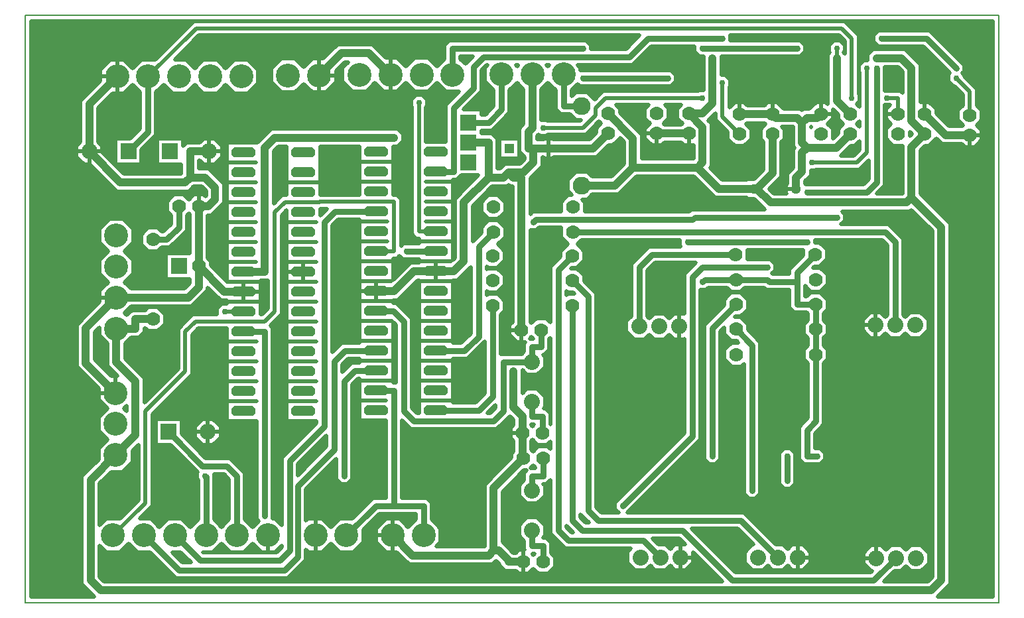
<source format=gbr>
G04 PROTEUS GERBER X2 FILE*
%TF.GenerationSoftware,Labcenter,Proteus,8.9-SP0-Build27865*%
%TF.CreationDate,2020-10-13T12:24:17+00:00*%
%TF.FileFunction,Copper,L2,Bot*%
%TF.FilePolarity,Positive*%
%TF.Part,Single*%
%TF.SameCoordinates,{eb038a7c-90c0-4424-89c4-d0a3f05e8ce7}*%
%FSLAX45Y45*%
%MOMM*%
G01*
%TA.AperFunction,Conductor*%
%ADD10C,0.762000*%
%ADD11C,0.508000*%
%ADD12C,1.016000*%
%TA.AperFunction,ViaPad*%
%ADD13C,0.762000*%
%TA.AperFunction,ComponentPad*%
%ADD14C,3.048000*%
%TA.AperFunction,WasherPad*%
%ADD18R,1.280000X1.280000*%
%TA.AperFunction,ComponentPad*%
%ADD19C,1.280000*%
%ADD70C,1.778000*%
%TA.AperFunction,ComponentPad*%
%ADD71C,2.032000*%
%AMDIL012*
4,1,8,
-1.524000,0.330200,-1.219200,0.635000,1.219200,0.635000,1.524000,0.330200,1.524000,-0.330200,
1.219200,-0.635000,-1.219200,-0.635000,-1.524000,-0.330200,-1.524000,0.330200,
0*%
%TA.AperFunction,ComponentPad*%
%ADD20DIL012*%
%TA.AperFunction,ComponentPad*%
%ADD21R,2.032000X2.032000*%
%TA.AperFunction,ComponentPad*%
%ADD22C,2.286000*%
%TA.AperFunction,Profile*%
%ADD23C,0.203200*%
%TD.AperFunction*%
G36*
X+4853940Y+680720D02*
X+4144362Y+680720D01*
X+4305299Y+841657D01*
X+4305299Y+5444843D01*
X+3924299Y+5825843D01*
X+3924299Y+6376317D01*
X+3986883Y+6438901D01*
X+4040766Y+6438901D01*
X+4130039Y+6528174D01*
X+4130039Y+6531259D01*
X+4199536Y+6461762D01*
X+4246880Y+6461762D01*
X+4455534Y+6461761D01*
X+4493634Y+6423661D01*
X+4619886Y+6423661D01*
X+4709159Y+6512934D01*
X+4709159Y+6639186D01*
X+4645285Y+6703060D01*
X+4709159Y+6766934D01*
X+4709159Y+6893186D01*
X+4645659Y+6956686D01*
X+4645659Y+7164063D01*
X+4483099Y+7326623D01*
X+4483099Y+7344584D01*
X+4461683Y+7366000D01*
X+4483099Y+7387416D01*
X+4483099Y+7471584D01*
X+4423583Y+7531099D01*
X+4042583Y+7912099D01*
X+3386916Y+7912099D01*
X+3327401Y+7852584D01*
X+3327401Y+7768416D01*
X+3386916Y+7708901D01*
X+3958417Y+7708901D01*
X+4301317Y+7366000D01*
X+4279901Y+7344584D01*
X+4279901Y+7260416D01*
X+4339416Y+7200901D01*
X+4357377Y+7200901D01*
X+4467861Y+7090417D01*
X+4467861Y+6956686D01*
X+4404361Y+6893186D01*
X+4404361Y+6766934D01*
X+4468235Y+6703060D01*
X+4455534Y+6690359D01*
X+4294224Y+6690358D01*
X+4130039Y+6854543D01*
X+4130039Y+6908426D01*
X+4040766Y+6997699D01*
X+3924299Y+6997699D01*
X+3924299Y+7476843D01*
X+3730343Y+7670799D01*
X+3318156Y+7670799D01*
X+3251201Y+7603844D01*
X+3251201Y+7531099D01*
X+3196416Y+7531099D01*
X+3136901Y+7471584D01*
X+3136901Y+7387416D01*
X+3149601Y+7374716D01*
X+3149601Y+6936364D01*
X+3114574Y+6971391D01*
X+3149599Y+7006416D01*
X+3149599Y+7090584D01*
X+3136899Y+7103284D01*
X+3136899Y+7847323D01*
X+2957823Y+8026399D01*
X-5355583Y+8026399D01*
X-5843638Y+7538344D01*
X-5844012Y+7538719D01*
X-6022868Y+7538719D01*
X-6131560Y+7430027D01*
X-6240252Y+7538719D01*
X-6419108Y+7538719D01*
X-6545579Y+7412248D01*
X-6545579Y+7268563D01*
X-6799199Y+7014943D01*
X-6799199Y+6484426D01*
X-6849999Y+6433626D01*
X-6849999Y+6296854D01*
X-6753286Y+6200141D01*
X-6681443Y+6200141D01*
X-6336003Y+5854701D01*
X-5413657Y+5854701D01*
X-5350157Y+5918201D01*
X-5254343Y+5918201D01*
X-5194299Y+5858157D01*
X-5194299Y+5800443D01*
X-5200378Y+5794364D01*
X-5222614Y+5816599D01*
X-5348866Y+5816599D01*
X-5412740Y+5752725D01*
X-5476614Y+5816599D01*
X-5602866Y+5816599D01*
X-5692139Y+5727326D01*
X-5692139Y+5601074D01*
X-5641339Y+5550274D01*
X-5641339Y+5439583D01*
X-5739303Y+5341619D01*
X-5758554Y+5341619D01*
X-5809354Y+5392419D01*
X-5935606Y+5392419D01*
X-6024879Y+5303146D01*
X-6024879Y+5176894D01*
X-5935606Y+5087621D01*
X-5809354Y+5087621D01*
X-5758554Y+5138421D01*
X-5655137Y+5138421D01*
X-5438141Y+5355417D01*
X-5438141Y+5550274D01*
X-5412740Y+5575675D01*
X-5400039Y+5562974D01*
X-5400039Y+5067299D01*
X-5704839Y+5067299D01*
X-5704839Y+4737101D01*
X-5400039Y+4737101D01*
X-5400039Y+4682843D01*
X-5470243Y+4612639D01*
X-6148812Y+4612639D01*
X-6232633Y+4696460D01*
X-6123941Y+4805152D01*
X-6123941Y+4984008D01*
X-6232633Y+5092700D01*
X-6123941Y+5201392D01*
X-6123941Y+5380248D01*
X-6250412Y+5506719D01*
X-6429268Y+5506719D01*
X-6555739Y+5380248D01*
X-6555739Y+5201392D01*
X-6447047Y+5092700D01*
X-6555739Y+4984008D01*
X-6555739Y+4805152D01*
X-6447047Y+4696460D01*
X-6555739Y+4587768D01*
X-6555739Y+4444083D01*
X-6845299Y+4154523D01*
X-6845299Y+3615337D01*
X-6565899Y+3335937D01*
X-6565899Y+3192252D01*
X-6457207Y+3083560D01*
X-6565899Y+2974868D01*
X-6565899Y+2796012D01*
X-6457207Y+2687320D01*
X-6565899Y+2578628D01*
X-6565899Y+2434943D01*
X-6781799Y+2219043D01*
X-6781799Y+841657D01*
X-6620862Y+680720D01*
X-7429500Y+680720D01*
X-7429500Y+8031480D01*
X+4853940Y+8031480D01*
X+4853940Y+680720D01*
G37*
G36*
X+164927Y+7674609D02*
X-279401Y+7674609D01*
X-279401Y+7725584D01*
X-338916Y+7785099D01*
X-423084Y+7785099D01*
X-2089323Y+7785098D01*
X-2148839Y+7725582D01*
X-2148839Y+7549408D01*
X-2245360Y+7452887D01*
X-2354052Y+7561579D01*
X-2532908Y+7561579D01*
X-2641600Y+7452887D01*
X-2750292Y+7561579D01*
X-2893977Y+7561579D01*
X-3066697Y+7734299D01*
X-3514443Y+7734299D01*
X-3697323Y+7551419D01*
X-3841008Y+7551419D01*
X-3949700Y+7442727D01*
X-4058392Y+7551419D01*
X-4237248Y+7551419D01*
X-4363719Y+7424948D01*
X-4363719Y+7246092D01*
X-4237248Y+7119621D01*
X-4058392Y+7119621D01*
X-3949700Y+7228313D01*
X-3841008Y+7119621D01*
X-3662152Y+7119621D01*
X-3535681Y+7246092D01*
X-3535681Y+7389777D01*
X-3419757Y+7505701D01*
X-3381266Y+7505701D01*
X-3451859Y+7435108D01*
X-3451859Y+7256252D01*
X-3325388Y+7129781D01*
X-3146532Y+7129781D01*
X-3037840Y+7238473D01*
X-2929148Y+7129781D01*
X-2750292Y+7129781D01*
X-2641600Y+7238473D01*
X-2532908Y+7129781D01*
X-2354052Y+7129781D01*
X-2245360Y+7238473D01*
X-2136668Y+7129781D01*
X-1967401Y+7129781D01*
X-2133599Y+6963583D01*
X-2133599Y+6485159D01*
X-2387601Y+6485159D01*
X-2387601Y+6930216D01*
X-2374901Y+6942916D01*
X-2374901Y+7027084D01*
X-2434416Y+7086599D01*
X-2518584Y+7086599D01*
X-2578099Y+7027084D01*
X-2578099Y+6942916D01*
X-2565399Y+6930216D01*
X-2565399Y+5307338D01*
X-2513323Y+5255262D01*
X-2476499Y+5255262D01*
X-2476499Y+5217161D01*
X-2044701Y+5217161D01*
X-2044701Y+5471159D01*
X-2387601Y+5471159D01*
X-2387601Y+5471161D01*
X-2044701Y+5471161D01*
X-2044701Y+5725159D01*
X-2387601Y+5725159D01*
X-2387601Y+5725161D01*
X-2044701Y+5725161D01*
X-2044701Y+5979159D01*
X-2387601Y+5979159D01*
X-2387601Y+5979161D01*
X-2044701Y+5979161D01*
X-2044701Y+6004563D01*
X-1989917Y+6004563D01*
X-1931499Y+6062981D01*
X-1718661Y+6062981D01*
X-2019299Y+5762343D01*
X-2019299Y+5010503D01*
X-2044701Y+4985101D01*
X-2044701Y+5217159D01*
X-2476499Y+5217159D01*
X-2476499Y+5191759D01*
X-2596315Y+5191759D01*
X-2678604Y+5189219D01*
X-2705101Y+5162722D01*
X-2705101Y+5761983D01*
X-2757177Y+5814059D01*
X-2806701Y+5814059D01*
X-2806701Y+5979159D01*
X-3238499Y+5979159D01*
X-3238499Y+5814059D01*
X-3736341Y+5814059D01*
X-3736341Y+5973539D01*
X-4168139Y+5973539D01*
X-4168139Y+5808439D01*
X-4223283Y+5808439D01*
X-4330701Y+5701021D01*
X-4330701Y+6366157D01*
X-4270657Y+6426201D01*
X-4168139Y+6426201D01*
X-4168139Y+5973541D01*
X-3736341Y+5973541D01*
X-3736341Y+6426201D01*
X-3238499Y+6426201D01*
X-3238499Y+6233161D01*
X-2806701Y+6233161D01*
X-2806701Y+6426201D01*
X-2746656Y+6426201D01*
X-2679701Y+6493156D01*
X-2679701Y+6587844D01*
X-2746656Y+6654799D01*
X-4365343Y+6654799D01*
X-4538603Y+6481539D01*
X-4930139Y+6481539D01*
X-4930139Y+6227541D01*
X-4559299Y+6227541D01*
X-4559299Y+6227539D01*
X-4930139Y+6227539D01*
X-4930139Y+5973541D01*
X-4559299Y+5973541D01*
X-4559299Y+5973539D01*
X-4930139Y+5973539D01*
X-4930139Y+5719541D01*
X-4559299Y+5719541D01*
X-4559299Y+5719539D01*
X-4930139Y+5719539D01*
X-4930139Y+5465541D01*
X-4559299Y+5465541D01*
X-4559299Y+5465539D01*
X-4930139Y+5465539D01*
X-4930139Y+5211541D01*
X-4559299Y+5211541D01*
X-4559299Y+5211539D01*
X-4930139Y+5211539D01*
X-4930139Y+4957541D01*
X-4559299Y+4957541D01*
X-4559299Y+4957539D01*
X-4930139Y+4957539D01*
X-4930139Y+4708241D01*
X-5133341Y+4911443D01*
X-5133341Y+4965326D01*
X-5171441Y+5003426D01*
X-5171441Y+5549901D01*
X-5121557Y+5549901D01*
X-4965701Y+5705757D01*
X-4965701Y+5952843D01*
X-5159657Y+6146799D01*
X-5283201Y+6146799D01*
X-5283201Y+6250942D01*
X-5272847Y+6250942D01*
X-5222046Y+6200141D01*
X-5085274Y+6200141D01*
X-4988561Y+6296854D01*
X-4988561Y+6433626D01*
X-5085274Y+6530339D01*
X-5222046Y+6530339D01*
X-5272847Y+6479538D01*
X-5444844Y+6479538D01*
X-5488561Y+6435821D01*
X-5488561Y+6530339D01*
X-5818759Y+6530339D01*
X-5818759Y+6200141D01*
X-5511799Y+6200141D01*
X-5511799Y+6083299D01*
X-6241317Y+6083299D01*
X-6519801Y+6361783D01*
X-6519801Y+6433626D01*
X-6570601Y+6484426D01*
X-6570601Y+6920257D01*
X-6383937Y+7106921D01*
X-6240252Y+7106921D01*
X-6131560Y+7215613D01*
X-6035039Y+7119092D01*
X-6035039Y+6658783D01*
X-6163483Y+6530339D01*
X-6349999Y+6530339D01*
X-6349999Y+6200141D01*
X-6019801Y+6200141D01*
X-6019801Y+6386657D01*
X-5831841Y+6574617D01*
X-5831841Y+7119092D01*
X-5735320Y+7215613D01*
X-5626628Y+7106921D01*
X-5447772Y+7106921D01*
X-5339080Y+7215613D01*
X-5230388Y+7106921D01*
X-5051532Y+7106921D01*
X-4942840Y+7215613D01*
X-4834148Y+7106921D01*
X-4655292Y+7106921D01*
X-4528821Y+7233392D01*
X-4528821Y+7412248D01*
X-4655292Y+7538719D01*
X-4834148Y+7538719D01*
X-4942840Y+7430027D01*
X-5051532Y+7538719D01*
X-5230388Y+7538719D01*
X-5339080Y+7430027D01*
X-5447772Y+7538719D01*
X-5591819Y+7538719D01*
X-5281937Y+7848601D01*
X+338919Y+7848601D01*
X+164927Y+7674609D01*
G37*
%LPC*%
G36*
X-3238499Y+6233159D02*
X-2806701Y+6233159D01*
X-2806701Y+5979161D01*
X-3238499Y+5979161D01*
X-3238499Y+6233159D01*
G37*
%LPD*%
G36*
X+2959101Y+7773677D02*
X+2959101Y+7616542D01*
X+2946663Y+7628980D01*
X+2959099Y+7641416D01*
X+2959099Y+7725584D01*
X+2899584Y+7785099D01*
X+2815416Y+7785099D01*
X+2755901Y+7725584D01*
X+2755901Y+7641416D01*
X+2768337Y+7628980D01*
X+2743201Y+7603844D01*
X+2743201Y+6974464D01*
X+2719966Y+6997699D01*
X+2593714Y+6997699D01*
X+2504814Y+6908799D01*
X+2429157Y+6908799D01*
X+2413000Y+6892642D01*
X+2396843Y+6908799D01*
X+2184026Y+6908799D01*
X+2100206Y+6992619D01*
X+1973954Y+6992619D01*
X+1938394Y+6957059D01*
X+1716666Y+6957059D01*
X+1678566Y+6995159D01*
X+1552314Y+6995159D01*
X+1485898Y+6928743D01*
X+1485899Y+7184216D01*
X+1498599Y+7196916D01*
X+1498599Y+7281084D01*
X+1439084Y+7340599D01*
X+1384299Y+7340599D01*
X+1384299Y+7581901D01*
X+2391584Y+7581901D01*
X+2451099Y+7641416D01*
X+2451099Y+7725584D01*
X+2391584Y+7785099D01*
X+1498599Y+7785099D01*
X+1498599Y+7848601D01*
X+2884177Y+7848601D01*
X+2959101Y+7773677D01*
G37*
G36*
X-1785790Y+7581902D02*
X-1879599Y+7488093D01*
X-1879599Y+7483366D01*
X-1945641Y+7549408D01*
X-1945641Y+7581902D01*
X-1785790Y+7581902D01*
G37*
G36*
X-828040Y+7455427D02*
X-844024Y+7471411D01*
X-812056Y+7471411D01*
X-828040Y+7455427D01*
G37*
G36*
X-1224280Y+7455427D02*
X-1240264Y+7471411D01*
X-1208296Y+7471411D01*
X-1224280Y+7455427D01*
G37*
G36*
X+1041401Y+7641416D02*
X+1100916Y+7581901D01*
X+1155701Y+7581901D01*
X+1155701Y+7150099D01*
X+1100916Y+7150099D01*
X+1088216Y+7137399D01*
X-128263Y+7137399D01*
X-233048Y+7032614D01*
X-325133Y+7124699D01*
X-472427Y+7124699D01*
X-528321Y+7068805D01*
X-528321Y+7144492D01*
X-447498Y+7225315D01*
X-423084Y+7200901D01*
X+740584Y+7200901D01*
X+800099Y+7260416D01*
X+800099Y+7344584D01*
X+740584Y+7404099D01*
X-414021Y+7404099D01*
X-414021Y+7437648D01*
X-447784Y+7471411D01*
X+249093Y+7471411D01*
X+486583Y+7708901D01*
X+1041401Y+7708901D01*
X+1041401Y+7641416D01*
G37*
G36*
X+3695701Y+7382157D02*
X+3695701Y+7115801D01*
X+3674103Y+7137399D01*
X+3467099Y+7137399D01*
X+3467099Y+7442201D01*
X+3635657Y+7442201D01*
X+3695701Y+7382157D01*
G37*
G36*
X-1638299Y+7437648D02*
X-1638299Y+7258792D01*
X-1523998Y+7144491D01*
X-1523998Y+6943264D01*
X-1629583Y+6837679D01*
X-1678941Y+6837679D01*
X-1678941Y+6901179D01*
X-1908639Y+6901179D01*
X-1676401Y+7133417D01*
X-1676401Y+7403927D01*
X-1608917Y+7471411D01*
X-1604536Y+7471411D01*
X-1638299Y+7437648D01*
G37*
G36*
X-731519Y+7144492D02*
X-731519Y+6904817D01*
X-672003Y+6845301D01*
X-548627Y+6845301D01*
X-472427Y+6769101D01*
X-405121Y+6769101D01*
X-417823Y+6756399D01*
X-834216Y+6756399D01*
X-846916Y+6769099D01*
X-911861Y+6769099D01*
X-911861Y+7157192D01*
X-828040Y+7241013D01*
X-731519Y+7144492D01*
G37*
G36*
X+820421Y+6910966D02*
X+820421Y+6784714D01*
X+884295Y+6720840D01*
X+874134Y+6710679D01*
X+660026Y+6710679D01*
X+647325Y+6723380D01*
X+711199Y+6787254D01*
X+711199Y+6913506D01*
X+665104Y+6959601D01*
X+869056Y+6959601D01*
X+820421Y+6910966D01*
G37*
G36*
X+3149601Y+6682364D02*
X+3116205Y+6715760D01*
X+3149601Y+6749156D01*
X+3149601Y+6682364D01*
G37*
G36*
X+2527299Y+6677284D02*
X+2527299Y+6680201D01*
X+2530216Y+6680201D01*
X+2527299Y+6677284D01*
G37*
G36*
X-152025Y+6723380D02*
X-215899Y+6659506D01*
X-215899Y+6605623D01*
X-301344Y+6520178D01*
X-755868Y+6520179D01*
X-769068Y+6533379D01*
X-874692Y+6533379D01*
X-887892Y+6520179D01*
X-965201Y+6520179D01*
X-965201Y+6566817D01*
X-948600Y+6583418D01*
X-931084Y+6565901D01*
X-846916Y+6565901D01*
X-834216Y+6578601D01*
X-344177Y+6578601D01*
X-175712Y+6747066D01*
X-152025Y+6723380D01*
G37*
G36*
X+3815998Y+6591300D02*
X+3789679Y+6564981D01*
X+3789679Y+6617619D01*
X+3815998Y+6591300D01*
G37*
G36*
X+2875281Y+6833517D02*
X+2875281Y+6779634D01*
X+2939155Y+6715760D01*
X+2875281Y+6651886D01*
X+2875281Y+6598003D01*
X+2809239Y+6531961D01*
X+2809239Y+6654426D01*
X+2745365Y+6718300D01*
X+2809239Y+6782174D01*
X+2809239Y+6899559D01*
X+2875281Y+6833517D01*
G37*
G36*
X+3149601Y+6386823D02*
X+3074677Y+6311899D01*
X+2912461Y+6311899D01*
X+3036923Y+6436361D01*
X+3090806Y+6436361D01*
X+3149601Y+6495156D01*
X+3149601Y+6386823D01*
G37*
G36*
X+139701Y+6485537D02*
X+139701Y+6206843D01*
X-21943Y+6045199D01*
X-261633Y+6045199D01*
X-325133Y+6108699D01*
X-472427Y+6108699D01*
X-576579Y+6004547D01*
X-576579Y+5857253D01*
X-528305Y+5808979D01*
X-573666Y+5808979D01*
X-662939Y+5719706D01*
X-662939Y+5596889D01*
X-1023793Y+5596889D01*
X-1051561Y+5569121D01*
X-1051561Y+6025797D01*
X-901701Y+6175657D01*
X-901701Y+6291581D01*
X-887892Y+6291581D01*
X-874692Y+6278381D01*
X-769068Y+6278381D01*
X-755868Y+6291581D01*
X-206656Y+6291582D01*
X-54257Y+6443981D01*
X-374Y+6443981D01*
X+88899Y+6533254D01*
X+88899Y+6536339D01*
X+139701Y+6485537D01*
G37*
G36*
X+406401Y+6913506D02*
X+406401Y+6787254D01*
X+470275Y+6723380D01*
X+406401Y+6659506D01*
X+406401Y+6533254D01*
X+495674Y+6443981D01*
X+621926Y+6443981D01*
X+660026Y+6482081D01*
X+869054Y+6482081D01*
X+909694Y+6441441D01*
X+1028701Y+6441441D01*
X+1028701Y+6273799D01*
X+368299Y+6273799D01*
X+368299Y+6580223D01*
X+88899Y+6859623D01*
X+88899Y+6913506D01*
X+42804Y+6959601D01*
X+452496Y+6959601D01*
X+406401Y+6913506D01*
G37*
G36*
X-1140459Y+7157192D02*
X-1140459Y+6714843D01*
X-1193799Y+6661503D01*
X-1193799Y+6358537D01*
X-1130299Y+6295037D01*
X-1130299Y+6270343D01*
X-1190343Y+6210299D01*
X-1380844Y+6210299D01*
X-1444344Y+6146799D01*
X-1473201Y+6146799D01*
X-1473201Y+6529423D01*
X-1540156Y+6596378D01*
X-1678941Y+6596378D01*
X-1678941Y+6634481D01*
X-1545417Y+6634481D01*
X-1320802Y+6859096D01*
X-1320802Y+7144491D01*
X-1224280Y+7241013D01*
X-1140459Y+7157192D01*
G37*
%LPC*%
G36*
X-1194381Y+6278381D02*
X-1449379Y+6278381D01*
X-1449379Y+6533379D01*
X-1194381Y+6533379D01*
X-1194381Y+6278381D01*
G37*
%LPD*%
G36*
X+1308102Y+6807200D02*
X+1308102Y+6770376D01*
X+1463041Y+6615437D01*
X+1463041Y+6525634D01*
X+1552314Y+6436361D01*
X+1678566Y+6436361D01*
X+1767839Y+6525634D01*
X+1767839Y+6651886D01*
X+1703965Y+6715760D01*
X+1716666Y+6728461D01*
X+1933314Y+6728461D01*
X+1948555Y+6713220D01*
X+1884681Y+6649346D01*
X+1884681Y+6523094D01*
X+1922781Y+6484994D01*
X+1922781Y+6133183D01*
X+1804817Y+6015219D01*
X+1711461Y+6015219D01*
X+1711461Y+6002019D01*
X+1398624Y+6002018D01*
X+1241142Y+6159500D01*
X+1257299Y+6175657D01*
X+1257299Y+6725003D01*
X+1219552Y+6762750D01*
X+1308102Y+6851300D01*
X+1308102Y+6807200D01*
G37*
G36*
X+3263901Y+6011083D02*
X+3196417Y+5943599D01*
X+2463392Y+5943599D01*
X+2453259Y+5953732D01*
X+2453259Y+5985157D01*
X+2527298Y+6059196D01*
X+2527298Y+6121401D01*
X+2582084Y+6121401D01*
X+2594784Y+6134101D01*
X+3148323Y+6134101D01*
X+3263901Y+6249679D01*
X+3263901Y+6011083D01*
G37*
G36*
X+3484881Y+6908426D02*
X+3484881Y+6782174D01*
X+3548755Y+6718300D01*
X+3484881Y+6654426D01*
X+3484881Y+6528174D01*
X+3574154Y+6438901D01*
X+3695701Y+6438901D01*
X+3695701Y+5829299D01*
X+3369481Y+5829299D01*
X+3467099Y+5926917D01*
X+3467099Y+6959601D01*
X+3536056Y+6959601D01*
X+3484881Y+6908426D01*
G37*
G36*
X+2298701Y+6477000D02*
X+2298701Y+6429657D01*
X+2314858Y+6413500D01*
X+2298702Y+6397344D01*
X+2298702Y+6153884D01*
X+2224661Y+6079843D01*
X+2224661Y+5953732D01*
X+2211461Y+5940532D01*
X+2211461Y+5834908D01*
X+2217070Y+5829299D01*
X+2059023Y+5829299D01*
X+2000602Y+5887720D01*
X+2151379Y+6038497D01*
X+2151379Y+6484994D01*
X+2189479Y+6523094D01*
X+2189479Y+6649346D01*
X+2158624Y+6680201D01*
X+2298701Y+6680201D01*
X+2298701Y+6477000D01*
G37*
G36*
X+1270459Y+5806899D02*
X+1303936Y+5773422D01*
X+1351280Y+5773422D01*
X+1711461Y+5773421D01*
X+1711461Y+5760221D01*
X+1804817Y+5760221D01*
X+1938939Y+5626099D01*
X+1003127Y+5626099D01*
X+973917Y+5596889D01*
X-358141Y+5596889D01*
X-358141Y+5719706D01*
X-391536Y+5753101D01*
X-325133Y+5753101D01*
X-261633Y+5816601D01*
X+72743Y+5816601D01*
X+301343Y+6045201D01*
X+1032157Y+6045201D01*
X+1270459Y+5806899D01*
G37*
G36*
X-3736341Y+5551341D02*
X-3736341Y+5630641D01*
X-3709677Y+5630641D01*
X-3704057Y+5636261D01*
X-3651421Y+5636261D01*
X-3736341Y+5551341D01*
G37*
G36*
X-1317343Y+5918201D02*
X-1280159Y+5918201D01*
X-1280159Y+4185546D01*
X-1318259Y+4147446D01*
X-1318259Y+4021194D01*
X-1228986Y+3931921D01*
X-1116501Y+3931921D01*
X-1132839Y+3915583D01*
X-1132839Y+3812346D01*
X-1163126Y+3782059D01*
X-1430021Y+3782059D01*
X-1430021Y+4280274D01*
X-1379221Y+4331074D01*
X-1379221Y+4457326D01*
X-1468494Y+4546599D01*
X-1594746Y+4546599D01*
X-1612901Y+4528444D01*
X-1612901Y+4579996D01*
X-1599826Y+4566921D01*
X-1473574Y+4566921D01*
X-1384301Y+4656194D01*
X-1384301Y+4782446D01*
X-1473574Y+4871719D01*
X-1599826Y+4871719D01*
X-1612901Y+4858644D01*
X-1612901Y+4894956D01*
X-1597286Y+4879341D01*
X-1471034Y+4879341D01*
X-1381761Y+4968614D01*
X-1381761Y+5094866D01*
X-1468496Y+5181601D01*
X-1465954Y+5181601D01*
X-1376681Y+5270874D01*
X-1376681Y+5397126D01*
X-1465954Y+5486399D01*
X-1592206Y+5486399D01*
X-1681479Y+5397126D01*
X-1681479Y+5325283D01*
X-1790701Y+5216061D01*
X-1790701Y+5667657D01*
X-1540157Y+5918201D01*
X-1349657Y+5918201D01*
X-1333500Y+5934358D01*
X-1317343Y+5918201D01*
G37*
%LPC*%
G36*
X-1678939Y+5593454D02*
X-1678939Y+5719706D01*
X-1589666Y+5808979D01*
X-1463414Y+5808979D01*
X-1374141Y+5719706D01*
X-1374141Y+5593454D01*
X-1463414Y+5504181D01*
X-1589666Y+5504181D01*
X-1678939Y+5593454D01*
G37*
%LPD*%
G36*
X+2428241Y+5040803D02*
X+2247901Y+4860463D01*
X+2247901Y+4800599D01*
X+2041063Y+4800599D01*
X+2032172Y+4809490D01*
X+2070099Y+4847416D01*
X+2070099Y+4931584D01*
X+2010584Y+4991099D01*
X+1717039Y+4991099D01*
X+1717039Y+5105401D01*
X+2428241Y+5105401D01*
X+2428241Y+5040803D01*
G37*
G36*
X-3238499Y+5471161D02*
X-2882899Y+5471161D01*
X-2882899Y+5471159D01*
X-3238499Y+5471159D01*
X-3238499Y+5217161D01*
X-2882899Y+5217161D01*
X-2882899Y+5217159D01*
X-3238499Y+5217159D01*
X-3238499Y+4963161D01*
X-2806701Y+4963161D01*
X-2806701Y+5001261D01*
X-2757177Y+5001261D01*
X-2725510Y+5032928D01*
X-2678604Y+4986021D01*
X-2594436Y+4986021D01*
X-2587832Y+4988561D01*
X-2476499Y+4988561D01*
X-2476499Y+4963161D01*
X-2066641Y+4963161D01*
X-2066643Y+4963159D01*
X-2476499Y+4963159D01*
X-2476499Y+4950459D01*
X-2587343Y+4950459D01*
X-2806701Y+4731101D01*
X-2806701Y+4963159D01*
X-3238499Y+4963159D01*
X-3238499Y+4709161D01*
X-2828641Y+4709161D01*
X-2828643Y+4709159D01*
X-3238499Y+4709159D01*
X-3238499Y+4455161D01*
X-2806701Y+4455161D01*
X-2806701Y+4467861D01*
X-2746657Y+4467861D01*
X-2492657Y+4721861D01*
X-2476499Y+4721861D01*
X-2476499Y+4709161D01*
X-2044701Y+4709161D01*
X-2044701Y+4721861D01*
X-1984657Y+4721861D01*
X-1816099Y+4890419D01*
X-1816099Y+4042583D01*
X-1936923Y+3921759D01*
X-2044701Y+3921759D01*
X-2044701Y+3947159D01*
X-2476499Y+3947159D01*
X-2476499Y+3693161D01*
X-2044701Y+3693161D01*
X-2044701Y+3718561D01*
X-1852757Y+3718561D01*
X-1633219Y+3938099D01*
X-1633219Y+3280583D01*
X-1754043Y+3159759D01*
X-2044701Y+3159759D01*
X-2044701Y+3185159D01*
X-2476499Y+3185159D01*
X-2476499Y+3022599D01*
X-2497917Y+3022599D01*
X-2565401Y+3090083D01*
X-2565401Y+4233083D01*
X-2762077Y+4429759D01*
X-2806701Y+4429759D01*
X-2806701Y+4455159D01*
X-3238499Y+4455159D01*
X-3238499Y+4201161D01*
X-2820843Y+4201161D01*
X-2820841Y+4201159D01*
X-3238499Y+4201159D01*
X-3238499Y+3947161D01*
X-2806701Y+3947161D01*
X-2806701Y+4187019D01*
X-2768599Y+4148917D01*
X-2768599Y+3413759D01*
X-2806701Y+3413759D01*
X-2806701Y+3439159D01*
X-3238499Y+3439159D01*
X-3238499Y+3185161D01*
X-2895599Y+3185161D01*
X-2895599Y+3185159D01*
X-3238499Y+3185159D01*
X-3238499Y+2931161D01*
X-2895599Y+2931161D01*
X-2895599Y+1943099D01*
X-3067223Y+1943099D01*
X-3328843Y+1681479D01*
X-3490488Y+1681479D01*
X-3599180Y+1572787D01*
X-3707872Y+1681479D01*
X-3886728Y+1681479D01*
X-3917952Y+1650255D01*
X-3917952Y+2053416D01*
X-3530599Y+2440769D01*
X-3530599Y+2180416D01*
X-3471084Y+2120901D01*
X-3386916Y+2120901D01*
X-3327401Y+2180416D01*
X-3327401Y+3386917D01*
X-3249757Y+3464561D01*
X-3238499Y+3464561D01*
X-3238499Y+3439161D01*
X-2806701Y+3439161D01*
X-2806701Y+3693159D01*
X-3238499Y+3693159D01*
X-3238499Y+3667759D01*
X-3333923Y+3667759D01*
X-3454401Y+3547281D01*
X-3454401Y+3640917D01*
X-3376757Y+3718561D01*
X-3238499Y+3718561D01*
X-3238499Y+3693161D01*
X-2806701Y+3693161D01*
X-2806701Y+3947159D01*
X-3238499Y+3947159D01*
X-3238499Y+3921759D01*
X-3460923Y+3921759D01*
X-3581401Y+3801281D01*
X-3581401Y+5418917D01*
X-3503757Y+5496561D01*
X-3238499Y+5496561D01*
X-3238499Y+5471161D01*
G37*
%LPC*%
G36*
X-2476499Y+3439159D02*
X-2044701Y+3439159D01*
X-2044701Y+3185161D01*
X-2476499Y+3185161D01*
X-2476499Y+3439159D01*
G37*
G36*
X-2476499Y+3693159D02*
X-2044701Y+3693159D01*
X-2044701Y+3439161D01*
X-2476499Y+3439161D01*
X-2476499Y+3693159D01*
G37*
G36*
X-2476499Y+4201159D02*
X-2044701Y+4201159D01*
X-2044701Y+3947161D01*
X-2476499Y+3947161D01*
X-2476499Y+4201159D01*
G37*
G36*
X-2476499Y+4455159D02*
X-2044701Y+4455159D01*
X-2044701Y+4201161D01*
X-2476499Y+4201161D01*
X-2476499Y+4455159D01*
G37*
G36*
X-2476499Y+4709159D02*
X-2044701Y+4709159D01*
X-2044701Y+4455161D01*
X-2476499Y+4455161D01*
X-2476499Y+4709159D01*
G37*
%LPD*%
G36*
X-583826Y+4566921D02*
X-511983Y+4566921D01*
X-491661Y+4546599D01*
X-578746Y+4546599D01*
X-596902Y+4528443D01*
X-596902Y+4579997D01*
X-583826Y+4566921D01*
G37*
G36*
X-4406899Y+4359363D02*
X-4481823Y+4284439D01*
X-4498341Y+4284439D01*
X-4498341Y+4449539D01*
X-4930139Y+4449539D01*
X-4930139Y+4419599D01*
X-4995084Y+4419599D01*
X-5054599Y+4360084D01*
X-5054599Y+4284439D01*
X-5366283Y+4284439D01*
X-5549899Y+4100823D01*
X-5549899Y+3592823D01*
X-5981701Y+3161021D01*
X-5981701Y+3476343D01*
X-6225541Y+3720183D01*
X-6225541Y+3911072D01*
X-6148811Y+3987802D01*
X-6048656Y+3987802D01*
X-5981702Y+4054756D01*
X-5981702Y+4109721D01*
X-5973706Y+4109721D01*
X-5935606Y+4071621D01*
X-5809354Y+4071621D01*
X-5720081Y+4160894D01*
X-5720081Y+4287146D01*
X-5809354Y+4376419D01*
X-5935606Y+4376419D01*
X-5973706Y+4338319D01*
X-6143343Y+4338319D01*
X-6207038Y+4274624D01*
X-6232633Y+4300220D01*
X-6148812Y+4384041D01*
X-5375557Y+4384041D01*
X-5171441Y+4588157D01*
X-5171441Y+4626259D01*
X-5007423Y+4462241D01*
X-4930139Y+4462241D01*
X-4930139Y+4449541D01*
X-4498341Y+4449541D01*
X-4498341Y+4703539D01*
X-4925437Y+4703539D01*
X-4925439Y+4703541D01*
X-4498341Y+4703541D01*
X-4498341Y+4716242D01*
X-4406899Y+4716242D01*
X-4406899Y+4359363D01*
G37*
G36*
X+944159Y+4834341D02*
X+914401Y+4804583D01*
X+914401Y+4294944D01*
X+911666Y+4297679D01*
X+774894Y+4297679D01*
X+716280Y+4239065D01*
X+657666Y+4297679D01*
X+520894Y+4297679D01*
X+462280Y+4239065D01*
X+436879Y+4264466D01*
X+436879Y+4847417D01*
X+537383Y+4947921D01*
X+1057739Y+4947921D01*
X+944159Y+4834341D01*
G37*
G36*
X+4076701Y+5350157D02*
X+4076701Y+936343D01*
X+4016657Y+876299D01*
X+3460921Y+876299D01*
X+3593003Y+1008381D01*
X+3682806Y+1008381D01*
X+3741420Y+1066995D01*
X+3800034Y+1008381D01*
X+3936806Y+1008381D01*
X+4033519Y+1105094D01*
X+4033519Y+1241866D01*
X+3936806Y+1338579D01*
X+3800034Y+1338579D01*
X+3741420Y+1279965D01*
X+3682806Y+1338579D01*
X+3546034Y+1338579D01*
X+3487420Y+1279965D01*
X+3428806Y+1338579D01*
X+3292034Y+1338579D01*
X+3195321Y+1241866D01*
X+3195321Y+1105094D01*
X+3292034Y+1008381D01*
X+3305639Y+1008381D01*
X+3287857Y+990599D01*
X+1566083Y+990599D01*
X+1007281Y+1549401D01*
X+1591137Y+1549401D01*
X+1794339Y+1346199D01*
X+1780734Y+1346199D01*
X+1684021Y+1249486D01*
X+1684021Y+1112714D01*
X+1780734Y+1016001D01*
X+1917506Y+1016001D01*
X+1976120Y+1074615D01*
X+2034734Y+1016001D01*
X+2171506Y+1016001D01*
X+2230120Y+1074615D01*
X+2288734Y+1016001D01*
X+2425506Y+1016001D01*
X+2522219Y+1112714D01*
X+2522219Y+1249486D01*
X+2425506Y+1346199D01*
X+2288734Y+1346199D01*
X+2230120Y+1287585D01*
X+2171506Y+1346199D01*
X+2081703Y+1346199D01*
X+1675303Y+1752599D01*
X+181782Y+1752599D01*
X+228599Y+1799417D01*
X+1117599Y+2688417D01*
X+1117599Y+4597401D01*
X+1185084Y+4597401D01*
X+1215564Y+4627881D01*
X+1455794Y+4627881D01*
X+1506594Y+4577081D01*
X+1632846Y+4577081D01*
X+1683646Y+4627881D01*
X+1926417Y+4627881D01*
X+1956897Y+4597401D01*
X+2247901Y+4597401D01*
X+2247901Y+4369897D01*
X+2307417Y+4310381D01*
X+2474334Y+4310381D01*
X+2486661Y+4298054D01*
X+2486661Y+4210946D01*
X+2435861Y+4160146D01*
X+2435861Y+4033894D01*
X+2491741Y+3978014D01*
X+2491741Y+3885826D01*
X+2440941Y+3835026D01*
X+2440941Y+3708774D01*
X+2491741Y+3657974D01*
X+2491741Y+2963083D01*
X+2374901Y+2846243D01*
X+2374901Y+2434416D01*
X+2434416Y+2374901D01*
X+2645584Y+2374901D01*
X+2705099Y+2434416D01*
X+2705099Y+2518584D01*
X+2645584Y+2578099D01*
X+2578099Y+2578099D01*
X+2578099Y+2762077D01*
X+2694939Y+2878917D01*
X+2694939Y+3657974D01*
X+2745739Y+3708774D01*
X+2745739Y+3835026D01*
X+2694939Y+3885826D01*
X+2694939Y+3988174D01*
X+2740659Y+4033894D01*
X+2740659Y+4160146D01*
X+2689859Y+4210946D01*
X+2689859Y+4298054D01*
X+2740659Y+4348854D01*
X+2740659Y+4475106D01*
X+2651386Y+4564379D01*
X+2525134Y+4564379D01*
X+2474334Y+4513579D01*
X+2451099Y+4513579D01*
X+2451099Y+4648576D01*
X+2522594Y+4577081D01*
X+2648846Y+4577081D01*
X+2738119Y+4666354D01*
X+2738119Y+4792606D01*
X+2648846Y+4881879D01*
X+2556681Y+4881879D01*
X+2571923Y+4897121D01*
X+2643766Y+4897121D01*
X+2733039Y+4986394D01*
X+2733039Y+5112646D01*
X+2643766Y+5201919D01*
X+2578099Y+5201919D01*
X+2578099Y+5232401D01*
X+3437717Y+5232401D01*
X+3505201Y+5164917D01*
X+3505201Y+4279706D01*
X+3479800Y+4254305D01*
X+3421186Y+4312919D01*
X+3284414Y+4312919D01*
X+3187701Y+4216206D01*
X+3187701Y+4079434D01*
X+3284414Y+3982721D01*
X+3421186Y+3982721D01*
X+3479800Y+4041335D01*
X+3538414Y+3982721D01*
X+3675186Y+3982721D01*
X+3733800Y+4041335D01*
X+3792414Y+3982721D01*
X+3929186Y+3982721D01*
X+4025899Y+4079434D01*
X+4025899Y+4216206D01*
X+3929186Y+4312919D01*
X+3792414Y+4312919D01*
X+3733800Y+4254305D01*
X+3708399Y+4279706D01*
X+3708399Y+5249083D01*
X+3521883Y+5435599D01*
X+2912282Y+5435599D01*
X+2959099Y+5482416D01*
X+2959099Y+5566584D01*
X+2924982Y+5600701D01*
X+3793843Y+5600701D01*
X+3810000Y+5616858D01*
X+4076701Y+5350157D01*
G37*
%LPC*%
G36*
X+1724659Y+4475106D02*
X+1724659Y+4348854D01*
X+1635386Y+4259581D01*
X+1563543Y+4259581D01*
X+1553381Y+4249419D01*
X+1635386Y+4249419D01*
X+1724659Y+4160146D01*
X+1724659Y+4088303D01*
X+1879599Y+3933363D01*
X+1879599Y+1989916D01*
X+1820084Y+1930401D01*
X+1735916Y+1930401D01*
X+1676401Y+1989916D01*
X+1676401Y+3655436D01*
X+1640466Y+3619501D01*
X+1514214Y+3619501D01*
X+1424941Y+3708774D01*
X+1424941Y+3835026D01*
X+1514214Y+3924299D01*
X+1601299Y+3924299D01*
X+1580977Y+3944621D01*
X+1509134Y+3944621D01*
X+1419861Y+4033894D01*
X+1419861Y+4115899D01*
X+1371598Y+4067636D01*
X+1371599Y+2434416D01*
X+1312084Y+2374901D01*
X+1227916Y+2374901D01*
X+1168401Y+2434416D01*
X+1168401Y+2518584D01*
X+1168402Y+4151804D01*
X+1419861Y+4403263D01*
X+1419861Y+4475106D01*
X+1509134Y+4564379D01*
X+1635386Y+4564379D01*
X+1724659Y+4475106D01*
G37*
G36*
X+2324099Y+2518584D02*
X+2324099Y+2116916D01*
X+2264584Y+2057401D01*
X+2180416Y+2057401D01*
X+2120901Y+2116916D01*
X+2120901Y+2518584D01*
X+2180416Y+2578099D01*
X+2264584Y+2578099D01*
X+2324099Y+2518584D01*
G37*
%LPD*%
G36*
X-665479Y+5270874D02*
X-578744Y+5184139D01*
X-581286Y+5184139D01*
X-670559Y+5094866D01*
X-670559Y+5023023D01*
X-800098Y+4893484D01*
X-800098Y+4188083D01*
X-848734Y+4236719D01*
X-974986Y+4236719D01*
X-1038860Y+4172845D01*
X-1051561Y+4185546D01*
X-1051561Y+5359401D01*
X-973916Y+5359401D01*
X-939626Y+5393691D01*
X-665479Y+5393691D01*
X-665479Y+5270874D01*
G37*
G36*
X-1018164Y+3975099D02*
X-1059556Y+3975099D01*
X-1038860Y+3995795D01*
X-1018164Y+3975099D01*
G37*
G36*
X-800098Y+2885063D02*
X-800101Y+2885066D01*
X-800101Y+3026583D01*
X-859617Y+3086099D01*
X-884116Y+3086099D01*
X-866141Y+3104074D01*
X-866141Y+3240846D01*
X-962854Y+3337559D01*
X-1099626Y+3337559D01*
X-1155701Y+3281484D01*
X-1155701Y+3571436D01*
X-1099626Y+3515361D01*
X-962854Y+3515361D01*
X-866141Y+3612074D01*
X-866141Y+3748846D01*
X-889196Y+3771901D01*
X-869777Y+3771901D01*
X-810261Y+3831417D01*
X-810261Y+3970394D01*
X-800098Y+3980557D01*
X-800098Y+2885063D01*
G37*
G36*
X-6555739Y+4012672D02*
X-6454139Y+3911072D01*
X-6454139Y+3625497D01*
X-6326221Y+3497579D01*
X-6404257Y+3497579D01*
X-6616701Y+3710023D01*
X-6616701Y+4059837D01*
X-6555739Y+4120799D01*
X-6555739Y+4012672D01*
G37*
G36*
X-6210299Y+3051066D02*
X-6242793Y+3083560D01*
X-6210299Y+3116054D01*
X-6210299Y+3051066D01*
G37*
G36*
X-1498599Y+3090083D02*
X-1566083Y+3022599D01*
X-1603839Y+3022599D01*
X-1498599Y+3127839D01*
X-1498599Y+3090083D01*
G37*
G36*
X-1028700Y+2859665D02*
X-1041401Y+2872366D01*
X-1041401Y+2882901D01*
X-1005464Y+2882901D01*
X-1028700Y+2859665D01*
G37*
G36*
X-1269999Y+2937157D02*
X-1269999Y+2872366D01*
X-1308099Y+2834266D01*
X-1308099Y+2708014D01*
X-1269999Y+2669914D01*
X-1269999Y+2537086D01*
X-1297939Y+2509146D01*
X-1297939Y+2455263D01*
X-1638299Y+2114903D01*
X-1638299Y+1320799D01*
X-2252454Y+1320799D01*
X-2199641Y+1373612D01*
X-2199641Y+1552468D01*
X-2313941Y+1666768D01*
X-2313941Y+1883583D01*
X-2373457Y+1943099D01*
X-2692401Y+1943099D01*
X-2692401Y+2929719D01*
X-2582083Y+2819401D01*
X-1481917Y+2819401D01*
X-1317080Y+2984238D01*
X-1269999Y+2937157D01*
G37*
G36*
X-964826Y+2618741D02*
X-838574Y+2618741D01*
X-800098Y+2657217D01*
X-800098Y+2570103D01*
X-828414Y+2598419D01*
X-954666Y+2598419D01*
X-1018540Y+2534545D01*
X-1041401Y+2557406D01*
X-1041401Y+2669914D01*
X-1028700Y+2682615D01*
X-964826Y+2618741D01*
G37*
G36*
X-993138Y+2332093D02*
X-993138Y+2324099D01*
X-1051936Y+2324099D01*
X-1018540Y+2357495D01*
X-993138Y+2332093D01*
G37*
G36*
X-3657599Y+2601133D02*
X-4025901Y+2232831D01*
X-4025901Y+2370917D01*
X-3657599Y+2739219D01*
X-3657599Y+2601133D01*
G37*
G36*
X+850901Y+5164916D02*
X+864698Y+5151119D01*
X+453217Y+5151119D01*
X+233681Y+4931583D01*
X+233681Y+4264466D01*
X+170181Y+4200966D01*
X+170181Y+4064194D01*
X+266894Y+3967481D01*
X+403666Y+3967481D01*
X+462280Y+4026095D01*
X+520894Y+3967481D01*
X+657666Y+3967481D01*
X+716280Y+4026095D01*
X+774894Y+3967481D01*
X+911666Y+3967481D01*
X+914401Y+3970216D01*
X+914401Y+2772583D01*
X+25401Y+1883583D01*
X+25401Y+1799416D01*
X+72218Y+1752599D01*
X-148417Y+1752599D01*
X-215901Y+1820083D01*
X-215901Y+4558203D01*
X-368301Y+4710603D01*
X-368301Y+4782446D01*
X-457574Y+4871719D01*
X-534499Y+4871719D01*
X-526877Y+4879341D01*
X-455034Y+4879341D01*
X-365761Y+4968614D01*
X-365761Y+5094866D01*
X-452496Y+5181601D01*
X-449954Y+5181601D01*
X-399154Y+5232401D01*
X+850901Y+5232401D01*
X+850901Y+5164916D01*
G37*
G36*
X-6057899Y+1913883D02*
X-6293218Y+1678564D01*
X-6293592Y+1678939D01*
X-6472448Y+1678939D01*
X-6553201Y+1598186D01*
X-6553201Y+2124357D01*
X-6404257Y+2273301D01*
X-6260572Y+2273301D01*
X-6134101Y+2399772D01*
X-6134101Y+2543457D01*
X-6057899Y+2619659D01*
X-6057899Y+1913883D01*
G37*
G36*
X-389341Y+1706159D02*
X-308781Y+1625599D01*
X-346537Y+1625599D01*
X-414021Y+1693083D01*
X-414021Y+1730839D01*
X-389341Y+1706159D01*
G37*
G36*
X-4168139Y+5465541D02*
X-3784599Y+5465541D01*
X-3784599Y+5465539D01*
X-4168139Y+5465539D01*
X-4168139Y+5211541D01*
X-3784599Y+5211541D01*
X-3784599Y+5211539D01*
X-4168139Y+5211539D01*
X-4168139Y+4957541D01*
X-3784599Y+4957541D01*
X-3784599Y+4957539D01*
X-4168139Y+4957539D01*
X-4168139Y+4703541D01*
X-3784599Y+4703541D01*
X-3784599Y+4703539D01*
X-4168139Y+4703539D01*
X-4168139Y+4449541D01*
X-3784599Y+4449541D01*
X-3784599Y+4449539D01*
X-4168139Y+4449539D01*
X-4168139Y+4195541D01*
X-3784599Y+4195541D01*
X-3784599Y+4195539D01*
X-4168139Y+4195539D01*
X-4168139Y+3941541D01*
X-3784599Y+3941541D01*
X-3784599Y+3941539D01*
X-4168139Y+3941539D01*
X-4168139Y+3687541D01*
X-3784599Y+3687541D01*
X-3784599Y+3687539D01*
X-4168139Y+3687539D01*
X-4168139Y+3433541D01*
X-3784599Y+3433541D01*
X-3784599Y+3433539D01*
X-4168139Y+3433539D01*
X-4168139Y+3179541D01*
X-3784599Y+3179541D01*
X-3784599Y+3179539D01*
X-4168139Y+3179539D01*
X-4168139Y+2925541D01*
X-3784599Y+2925541D01*
X-3784599Y+2899583D01*
X-4229099Y+2455083D01*
X-4229099Y+1595646D01*
X-4312392Y+1678939D01*
X-4343401Y+1678939D01*
X-4343401Y+4110623D01*
X-4373798Y+4141020D01*
X-4229101Y+4285717D01*
X-4229101Y+5551177D01*
X-4168139Y+5612139D01*
X-4168139Y+5465541D01*
G37*
G36*
X-1135379Y+2264583D02*
X-1135379Y+2166426D01*
X-1198879Y+2102926D01*
X-1198879Y+1966154D01*
X-1102166Y+1869441D01*
X-965394Y+1869441D01*
X-868681Y+1966154D01*
X-868681Y+2102926D01*
X-886656Y+2120901D01*
X-849458Y+2120901D01*
X-800098Y+2170261D01*
X-800098Y+1481916D01*
X-613583Y+1295401D01*
X+231336Y+1295401D01*
X+185421Y+1249486D01*
X+185421Y+1112714D01*
X+282134Y+1016001D01*
X+418906Y+1016001D01*
X+477520Y+1074615D01*
X+536134Y+1016001D01*
X+672906Y+1016001D01*
X+731520Y+1074615D01*
X+790134Y+1016001D01*
X+926906Y+1016001D01*
X+1023619Y+1112714D01*
X+1023619Y+1245699D01*
X+1393019Y+876299D01*
X-6493157Y+876299D01*
X-6553201Y+936343D01*
X-6553201Y+1327894D01*
X-6472448Y+1247141D01*
X-6293592Y+1247141D01*
X-6184900Y+1355833D01*
X-6076208Y+1247141D01*
X-5914563Y+1247141D01*
X-5581823Y+914401D01*
X-4148917Y+914401D01*
X-3917952Y+1145366D01*
X-3917952Y+1280905D01*
X-3886728Y+1249681D01*
X-3707872Y+1249681D01*
X-3599180Y+1358373D01*
X-3490488Y+1249681D01*
X-3311632Y+1249681D01*
X-3185161Y+1376152D01*
X-3185161Y+1537797D01*
X-2983057Y+1739901D01*
X-2517139Y+1739901D01*
X-2517139Y+1666768D01*
X-2613660Y+1570247D01*
X-2722352Y+1678939D01*
X-2901208Y+1678939D01*
X-3027679Y+1552468D01*
X-3027679Y+1373612D01*
X-2901208Y+1247141D01*
X-2757523Y+1247141D01*
X-2602583Y+1092201D01*
X-1540157Y+1092201D01*
X-1492250Y+1140108D01*
X-1447798Y+1095656D01*
X-1447798Y+1080416D01*
X-1380843Y+1013461D01*
X-1241686Y+1013461D01*
X-1203586Y+975361D01*
X-1077334Y+975361D01*
X-1013460Y+1039235D01*
X-949586Y+975361D01*
X-823334Y+975361D01*
X-734061Y+1064634D01*
X-734061Y+1190886D01*
X-784861Y+1241686D01*
X-784861Y+1375583D01*
X-844377Y+1435099D01*
X-891736Y+1435099D01*
X-868681Y+1458154D01*
X-868681Y+1594926D01*
X-965394Y+1691639D01*
X-1102166Y+1691639D01*
X-1198879Y+1594926D01*
X-1198879Y+1458154D01*
X-1135379Y+1394654D01*
X-1135379Y+1291417D01*
X-1124121Y+1280159D01*
X-1203586Y+1280159D01*
X-1241686Y+1242059D01*
X-1270917Y+1242059D01*
X-1409701Y+1380843D01*
X-1409701Y+2020217D01*
X-1136297Y+2293621D01*
X-1106341Y+2293621D01*
X-1135379Y+2264583D01*
G37*
G36*
X-4930139Y+3941541D02*
X-4546599Y+3941541D01*
X-4546599Y+3941539D01*
X-4930139Y+3941539D01*
X-4930139Y+3687541D01*
X-4546599Y+3687541D01*
X-4546599Y+3687539D01*
X-4930139Y+3687539D01*
X-4930139Y+3433541D01*
X-4546599Y+3433541D01*
X-4546599Y+3433539D01*
X-4930139Y+3433539D01*
X-4930139Y+3179541D01*
X-4546599Y+3179541D01*
X-4546599Y+3179539D01*
X-4930139Y+3179539D01*
X-4930139Y+2925541D01*
X-4546599Y+2925541D01*
X-4546599Y+1672416D01*
X-4522185Y+1648002D01*
X-4599940Y+1570247D01*
X-4696461Y+1666768D01*
X-4696461Y+2264583D01*
X-4882977Y+2451099D01*
X-5197557Y+2451099D01*
X-5508881Y+2762423D01*
X-5508881Y+2948939D01*
X-5839079Y+2948939D01*
X-5839079Y+2618741D01*
X-5652563Y+2618741D01*
X-5303502Y+2269680D01*
X-5308599Y+2264583D01*
X-5308599Y+2180416D01*
X-5295899Y+2167716D01*
X-5295899Y+1666768D01*
X-5392420Y+1570247D01*
X-5501112Y+1678939D01*
X-5679968Y+1678939D01*
X-5788660Y+1570247D01*
X-5897352Y+1678939D01*
X-6041399Y+1678939D01*
X-5880101Y+1840237D01*
X-5880101Y+3011177D01*
X-5372101Y+3519177D01*
X-5372101Y+4027177D01*
X-5292637Y+4106641D01*
X-4930139Y+4106641D01*
X-4930139Y+3941541D01*
G37*
%LPC*%
G36*
X-5339079Y+2715454D02*
X-5339079Y+2852226D01*
X-5242366Y+2948939D01*
X-5105594Y+2948939D01*
X-5008881Y+2852226D01*
X-5008881Y+2715454D01*
X-5105594Y+2618741D01*
X-5242366Y+2618741D01*
X-5339079Y+2715454D01*
G37*
%LPD*%
G36*
X-4899659Y+2180417D02*
X-4899659Y+1666768D01*
X-4996180Y+1570247D01*
X-5092701Y+1666768D01*
X-5092701Y+2247901D01*
X-4967143Y+2247901D01*
X-4899659Y+2180417D01*
G37*
G36*
X-587461Y+1579159D02*
X-506901Y+1498599D01*
X-529417Y+1498599D01*
X-596902Y+1566084D01*
X-596902Y+1588600D01*
X-587461Y+1579159D01*
G37*
G36*
X+923119Y+1346199D02*
X+790134Y+1346199D01*
X+731520Y+1287585D01*
X+672906Y+1346199D01*
X+583103Y+1346199D01*
X+506901Y+1422401D01*
X+846917Y+1422401D01*
X+923119Y+1346199D01*
G37*
G36*
X-4491248Y+1247141D02*
X-4312392Y+1247141D01*
X-4229099Y+1330434D01*
X-4229099Y+1312083D01*
X-4296583Y+1244599D01*
X-5228417Y+1244599D01*
X-5230959Y+1247141D01*
X-5104872Y+1247141D01*
X-4996180Y+1355833D01*
X-4887488Y+1247141D01*
X-4708632Y+1247141D01*
X-4599940Y+1355833D01*
X-4491248Y+1247141D01*
G37*
G36*
X-1013460Y+1216285D02*
X-1029076Y+1231901D01*
X-997844Y+1231901D01*
X-1013460Y+1216285D01*
G37*
G36*
X-5388781Y+1117599D02*
X-5497657Y+1117599D01*
X-5627199Y+1247141D01*
X-5518323Y+1247141D01*
X-5388781Y+1117599D01*
G37*
D10*
X-515620Y+4394200D02*
X-515620Y+1651000D01*
X-388620Y+1524000D01*
X+889000Y+1524000D01*
X+1524000Y+889000D01*
X+3329940Y+889000D01*
X+3614420Y+1173480D01*
X+2103120Y+1181100D02*
X+1633220Y+1651000D01*
X-190500Y+1651000D01*
X-317500Y+1778000D01*
X-317500Y+4516120D01*
X-520700Y+4719320D01*
X+604520Y+1181100D02*
X+388620Y+1397000D01*
X-571500Y+1397000D01*
X-698500Y+1524000D01*
X-698500Y+4851400D01*
X-518160Y+5031740D01*
X+3606800Y+4147820D02*
X+3606800Y+5207000D01*
X+3479800Y+5334000D01*
X-513080Y+5334000D01*
D11*
X+1397000Y+7239000D02*
X+1397000Y+6807200D01*
X+1615440Y+6588760D01*
X+4381500Y+7302500D02*
X+4556760Y+7127240D01*
X+4556760Y+6830060D01*
D10*
X-1031240Y+3172460D02*
X-1031240Y+2984500D01*
X-901700Y+2984500D01*
X-901700Y+2771140D01*
X-1031240Y+3680460D02*
X-1397000Y+3680460D01*
X-1397000Y+3048000D01*
X-1524000Y+2921000D01*
X-2540000Y+2921000D01*
X-2667000Y+3048000D01*
X-2667000Y+4191000D01*
X-2804160Y+4328160D01*
X-3022600Y+4328160D01*
X-1031240Y+3680460D02*
X-1031240Y+3873500D01*
X-911860Y+3873500D01*
X-911860Y+4084320D01*
X-1033780Y+1526540D02*
X-1033780Y+1333500D01*
X-886460Y+1333500D01*
X-886460Y+1127760D01*
X-4445000Y+1714500D02*
X-4445000Y+4068540D01*
X-4714240Y+4068540D01*
X-891540Y+2446020D02*
X-891540Y+2222500D01*
X-1033780Y+2222500D01*
X-1033780Y+2034540D01*
X-1844040Y+6736080D02*
X-1587500Y+6736080D01*
X-1422400Y+6901180D01*
X-1422400Y+7348220D01*
X+2580640Y+5049520D02*
X+2349500Y+4818380D01*
X+2349500Y+4699000D01*
X+2588260Y+4411980D02*
X+2349500Y+4411980D01*
X+2349500Y+4699000D01*
X+1569720Y+4729480D02*
X+1968500Y+4729480D01*
X+1998980Y+4699000D01*
X+2349500Y+4699000D01*
X+1569720Y+4729480D02*
X+1173480Y+4729480D01*
X+1143000Y+4699000D01*
X+2588260Y+4097020D02*
X+2593340Y+4091940D01*
X+2593340Y+3771900D01*
X+2476500Y+2476500D02*
X+2603500Y+2476500D01*
X+2593340Y+3771900D02*
X+2593340Y+2921000D01*
X+2476500Y+2804160D01*
X+2476500Y+2476500D01*
X+2222500Y+2159000D02*
X+2222500Y+2476500D01*
X+2588260Y+4411980D02*
X+2588260Y+4097020D01*
X-629920Y+7348220D02*
X-629920Y+6946900D01*
X-398780Y+6946900D01*
X-2794000Y+1841500D02*
X-2794000Y+3312160D01*
X-3022600Y+3312160D01*
X-2794000Y+1841500D02*
X-3025140Y+1841500D01*
X-3401060Y+1465580D01*
X-2794000Y+1841500D02*
X-2415540Y+1841500D01*
X-2415540Y+1463040D01*
D11*
X-889000Y+6667500D02*
X-381000Y+6667500D01*
X-218440Y+6830060D01*
X-218440Y+6921500D01*
X-91440Y+7048500D01*
X+1143000Y+7048500D01*
X-2476500Y+6985000D02*
X-2476500Y+5344160D01*
X-2260600Y+5344160D01*
D10*
X-1016000Y+5461000D02*
X-981710Y+5495290D01*
X+1016000Y+5495290D01*
X+1045210Y+5524500D01*
X+2857500Y+5524500D01*
X+2476500Y+5842000D02*
X+3238500Y+5842000D01*
X+3365500Y+5969000D01*
X+3365500Y+7429500D01*
X+952500Y+5207000D02*
X+2476500Y+5207000D01*
X+3429000Y+7810500D02*
X+4000500Y+7810500D01*
X+4381500Y+7429500D01*
X+1397000Y+7810500D02*
X+444500Y+7810500D01*
X+207010Y+7573010D01*
X-1651000Y+7573010D01*
X-1778000Y+7446010D01*
X-1778000Y+7175500D01*
X-2032000Y+6921500D01*
X-2032000Y+6106161D01*
X-2260600Y+6106160D01*
X-2260600Y+6106161D01*
D12*
X-1333500Y+6096000D02*
X-1397000Y+6032500D01*
X-1587500Y+6032500D01*
X-2260600Y+4836160D02*
X-2032000Y+4836160D01*
X-1905000Y+4963160D01*
X-1905000Y+5715000D01*
X-1587500Y+6032500D01*
X-1587500Y+6223000D02*
X-1587500Y+6032500D01*
X-6684900Y+6365240D02*
X-6288660Y+5969000D01*
X-5461000Y+5969000D01*
X-5397500Y+6032500D01*
X-1145540Y+2446020D02*
X-1524000Y+2067560D01*
X-1524000Y+1270000D01*
X-5285740Y+4902200D02*
X-5285740Y+4635500D01*
X-5422900Y+4498340D01*
X-6339840Y+4498340D01*
X-6684900Y+6365240D02*
X-6684900Y+6967600D01*
X-6329680Y+7322820D01*
X-2811780Y+1463040D02*
X-2555240Y+1206500D01*
X-1587500Y+1206500D01*
X-1524000Y+1270000D01*
X-3022600Y+4582160D02*
X-2794000Y+4582160D01*
X-2540000Y+4836160D01*
X-2260600Y+4836160D01*
X-4714240Y+4576540D02*
X-4960080Y+4576540D01*
X-5285740Y+4902200D01*
X+3977640Y+6845300D02*
X+4246880Y+6576060D01*
X+4556760Y+6576060D01*
X-821880Y+6405880D02*
X-254000Y+6405880D01*
X-63500Y+6596380D01*
X+2476500Y+6413500D02*
X+2852420Y+6413500D01*
X+3027680Y+6588760D01*
X-5397500Y+6032500D02*
X-5397500Y+6365240D01*
X-5153660Y+6365240D01*
X-1016000Y+6405880D02*
X-1016000Y+6223000D01*
X-1143000Y+6096000D01*
X-1333500Y+6096000D01*
X-1165860Y+4084320D02*
X-1165860Y+6032500D01*
X-1270000Y+6032500D01*
X-1333500Y+6096000D01*
X-1587500Y+6223000D02*
X-1587500Y+6482080D01*
X-1844040Y+6482080D01*
X-1026160Y+7348220D02*
X-1026160Y+6667500D01*
X-1079500Y+6614160D01*
X-1079500Y+6405880D01*
X-1016000Y+6405880D01*
X+2338960Y+5887720D02*
X+2338960Y+6032500D01*
X+2413000Y+6106540D01*
X+2413000Y+6350000D01*
X+2476500Y+6413500D01*
X-5285740Y+5664200D02*
X-5168900Y+5664200D01*
X-5080000Y+5753100D01*
X-5080000Y+5905500D01*
X-5207000Y+6032500D01*
X-5397500Y+6032500D01*
X-1140460Y+1127760D02*
X-1333500Y+1127760D01*
X-1333500Y+1143000D01*
X-1460500Y+1270000D01*
X-1524000Y+1270000D01*
X+2037080Y+6840220D02*
X+2082800Y+6794500D01*
X+2349500Y+6794500D01*
X+2413000Y+6731000D01*
D11*
X+3637280Y+6845300D02*
X+3637280Y+7048500D01*
X+3492500Y+7048500D01*
D12*
X+2656840Y+6845300D02*
X+2606040Y+6794500D01*
X+2476500Y+6794500D01*
X+2413000Y+6731000D01*
X-6350000Y+3281680D02*
X-6731000Y+3662680D01*
X-6731000Y+4107180D01*
X-6339840Y+4498340D01*
X-2839720Y+7345680D02*
X-3114040Y+7620000D01*
X-3467100Y+7620000D01*
X-3751580Y+7335520D01*
X-1155700Y+2771140D02*
X-1155700Y+2984500D01*
X-1270000Y+3098800D01*
X-1270000Y+3556000D01*
X-1155700Y+2771140D02*
X-1155700Y+2456180D01*
X-1145540Y+2446020D01*
X+2037080Y+6840220D02*
X+2034540Y+6842760D01*
X+1615440Y+6842760D01*
X+972820Y+6593840D02*
X+970280Y+6596380D01*
X+558800Y+6596380D01*
X-5285740Y+4902200D02*
X-5285740Y+5664200D01*
X+2476500Y+6413500D02*
X+2413000Y+6477000D01*
X+2413000Y+6731000D01*
X-821880Y+6405880D02*
X-1016000Y+6405880D01*
D10*
X-381000Y+7302500D02*
X+698500Y+7302500D01*
X-381000Y+7683500D02*
X-2047240Y+7683500D01*
X-2047240Y+7345680D01*
X-4798060Y+1463040D02*
X-4798060Y+2222500D01*
X-4925060Y+2349500D01*
X-5239640Y+2349500D01*
X-5673980Y+2783840D01*
X+1968500Y+4889500D02*
X+1143000Y+4889500D01*
X+1016000Y+4762500D01*
X+1016000Y+2730500D01*
X+127000Y+1841500D01*
D11*
X-5933440Y+7322820D02*
X-5318760Y+7937500D01*
X+2921000Y+7937500D01*
X+3048000Y+7810500D01*
X+3048000Y+7048500D01*
D10*
X-5933440Y+7322820D02*
X-5933440Y+6616700D01*
X-6184900Y+6365240D01*
X+335280Y+4132580D02*
X+335280Y+4889500D01*
X+495300Y+5049520D01*
X+1564640Y+5049520D01*
X-3429000Y+2222500D02*
X-3429000Y+3429000D01*
X-3291840Y+3566160D01*
X-3022600Y+3566160D01*
X-5207000Y+2222500D02*
X-5194300Y+2209800D01*
X-5194300Y+1463040D01*
X-1531620Y+4394200D02*
X-1531620Y+3238500D01*
X-1711960Y+3058160D01*
X-2260600Y+3058160D01*
D11*
X-6383020Y+1463040D02*
X-5969000Y+1877060D01*
X-5969000Y+3048000D01*
X-5461000Y+3556000D01*
X-5461000Y+4064000D01*
X-5329460Y+4195540D01*
X-4445000Y+4195540D01*
X-4318000Y+4322540D01*
X-4318000Y+5588000D01*
X-4186460Y+5719540D01*
X-3746500Y+5719540D01*
X-3740880Y+5725160D01*
X-2794000Y+5725160D01*
X-2794000Y+5090160D01*
X-3022600Y+5090160D01*
D10*
X+1270000Y+2476500D02*
X+1270000Y+4109720D01*
X+1572260Y+4411980D01*
X-5590540Y+1463040D02*
X-5270500Y+1143000D01*
X-4254500Y+1143000D01*
X-4127500Y+1270000D01*
X-4127500Y+2413000D01*
X-3683000Y+2857500D01*
X-3683000Y+5461000D01*
X-3545840Y+5598160D01*
X-3022600Y+5598160D01*
X+1143000Y+7683500D02*
X+2349500Y+7683500D01*
X-1529080Y+5334000D02*
X-1714500Y+5148580D01*
X-1714500Y+4000500D01*
X-1894840Y+3820160D01*
X-2260600Y+3820160D01*
X-5539740Y+5664200D02*
X-5539740Y+5397500D01*
X-5697220Y+5240020D01*
X-5872480Y+5240020D01*
X-5986780Y+1463040D02*
X-5539740Y+1016000D01*
X-4191000Y+1016000D01*
X-4019550Y+1187450D01*
X-4019550Y+2095500D01*
X-3556000Y+2559050D01*
X-3556000Y+3683000D01*
X-3418840Y+3820160D01*
X-3022600Y+3820160D01*
D11*
X+3238500Y+7429500D02*
X+3238500Y+6350000D01*
X+3111500Y+6223000D01*
X+2540000Y+6223000D01*
D10*
X+1778000Y+2032000D02*
X+1778000Y+3891280D01*
X+1572260Y+4097020D01*
D12*
X-6350000Y+2489200D02*
X-6667500Y+2171700D01*
X-6667500Y+889000D01*
X-6540500Y+762000D01*
X+4064000Y+762000D01*
X+4191000Y+889000D01*
X+4191000Y+5397500D01*
X+3810000Y+5778500D01*
X+1838960Y+5887720D02*
X+1351280Y+5887720D01*
X+1079500Y+6159500D01*
X+254000Y+6159500D02*
X+254000Y+6532880D01*
X-63500Y+6850380D01*
X+1838960Y+5887720D02*
X+2037080Y+6085840D01*
X+2037080Y+6586220D01*
X-398780Y+5930900D02*
X+25400Y+5930900D01*
X+254000Y+6159500D01*
X-5872480Y+4224020D02*
X-6096000Y+4224020D01*
X-6096000Y+4102100D01*
X-6339840Y+4102100D01*
D11*
X+2857500Y+7556500D02*
X+2857500Y+7683500D01*
D12*
X+2857500Y+7556500D02*
X+2857500Y+7429500D01*
X-6350000Y+2489200D02*
X-6096000Y+2743200D01*
X-6096000Y+3429000D01*
X-6339840Y+3672840D01*
X-6339840Y+4102100D01*
X+254000Y+6159500D02*
X+1079500Y+6159500D01*
X+972820Y+6847840D02*
X+1143000Y+6677660D01*
X+1143000Y+6223000D01*
X+1079500Y+6159500D01*
X+1838960Y+5887720D02*
X+2011680Y+5715000D01*
X+3746500Y+5715000D01*
X+3810000Y+5778500D01*
X+3977640Y+6591300D02*
X+3810000Y+6758940D01*
X+3810000Y+7429500D01*
X+3683000Y+7556500D01*
X+3365500Y+7556500D01*
X+3977640Y+6591300D02*
X+3810000Y+6423660D01*
X+3810000Y+5778500D01*
X+2857500Y+7429500D02*
X+2857500Y+7012940D01*
X+3027680Y+6842760D01*
X+972820Y+6847840D02*
X+1143000Y+6847840D01*
X+1270000Y+6974840D01*
X+1270000Y+7556500D01*
D11*
X-4953000Y+4318000D02*
X-4948460Y+4322540D01*
X-4714240Y+4322540D01*
D12*
X-4714240Y+4830540D02*
X-4445000Y+4830540D01*
X-4445000Y+6413500D01*
X-4318000Y+6540500D01*
X-2794000Y+6540500D01*
D10*
X-2260600Y+5090160D02*
X-2593340Y+5090160D01*
X-2636520Y+5087620D01*
D13*
X+1397000Y+7239000D03*
X+4381500Y+7302500D03*
X-4445000Y+1714500D03*
X+1143000Y+4699000D03*
X+2603500Y+2476500D03*
X+2476500Y+2476500D03*
X+2222500Y+2476500D03*
X+2222500Y+2159000D03*
X+1143000Y+7048500D03*
X-889000Y+6667500D03*
X-2476500Y+6985000D03*
X+2857500Y+5524500D03*
X-1016000Y+5461000D03*
X+3365500Y+7429500D03*
X+2476500Y+5842000D03*
X+2476500Y+5207000D03*
X+952500Y+5207000D03*
X+4381500Y+7429500D03*
X+3429000Y+7810500D03*
X+1397000Y+7810500D03*
X+3492500Y+7048500D03*
X-1270000Y+3556000D03*
X+698500Y+7302500D03*
X-381000Y+7302500D03*
X-381000Y+7683500D03*
X+127000Y+1841500D03*
X+1968500Y+4889500D03*
X+3048000Y+7048500D03*
X-3429000Y+2222500D03*
X-5207000Y+2222500D03*
X+1270000Y+2476500D03*
X+2349500Y+7683500D03*
X+1143000Y+7683500D03*
X+2540000Y+6223000D03*
X+3238500Y+7429500D03*
X+1778000Y+2032000D03*
X+2857500Y+7683500D03*
X+3365500Y+7556500D03*
X+2857500Y+7556500D03*
X+1270000Y+7556500D03*
X-4953000Y+4318000D03*
X-2794000Y+6540500D03*
X-2636520Y+5087620D03*
D11*
X+4853940Y+680720D02*
X+4144362Y+680720D01*
X+4305299Y+841657D01*
X+4305299Y+5444843D01*
X+3924299Y+5825843D01*
X+3924299Y+6376317D01*
X+3986883Y+6438901D01*
X+4040766Y+6438901D01*
X+4130039Y+6528174D01*
X+4130039Y+6531259D01*
X+4199536Y+6461762D01*
X+4246880Y+6461762D01*
X+4455534Y+6461761D01*
X+4493634Y+6423661D01*
X+4619886Y+6423661D01*
X+4709159Y+6512934D01*
X+4709159Y+6639186D01*
X+4645285Y+6703060D01*
X+4709159Y+6766934D01*
X+4709159Y+6893186D01*
X+4645659Y+6956686D01*
X+4645659Y+7164063D01*
X+4483099Y+7326623D01*
X+4483099Y+7344584D01*
X+4461683Y+7366000D01*
X+4483099Y+7387416D01*
X+4483099Y+7471584D01*
X+4423583Y+7531099D01*
X+4042583Y+7912099D01*
X+3386916Y+7912099D01*
X+3327401Y+7852584D01*
X+3327401Y+7768416D01*
X+3386916Y+7708901D01*
X+3958417Y+7708901D01*
X+4301317Y+7366000D01*
X+4279901Y+7344584D01*
X+4279901Y+7260416D01*
X+4339416Y+7200901D01*
X+4357377Y+7200901D01*
X+4467861Y+7090417D01*
X+4467861Y+6956686D01*
X+4404361Y+6893186D01*
X+4404361Y+6766934D01*
X+4468235Y+6703060D01*
X+4455534Y+6690359D01*
X+4294224Y+6690358D01*
X+4130039Y+6854543D01*
X+4130039Y+6908426D01*
X+4040766Y+6997699D01*
X+3924299Y+6997699D01*
X+3924299Y+7476843D01*
X+3730343Y+7670799D01*
X+3318156Y+7670799D01*
X+3251201Y+7603844D01*
X+3251201Y+7531099D01*
X+3196416Y+7531099D01*
X+3136901Y+7471584D01*
X+3136901Y+7387416D01*
X+3149601Y+7374716D01*
X+3149601Y+6936364D01*
X+3114574Y+6971391D01*
X+3149599Y+7006416D01*
X+3149599Y+7090584D01*
X+3136899Y+7103284D01*
X+3136899Y+7847323D01*
X+2957823Y+8026399D01*
X-5355583Y+8026399D01*
X-5843638Y+7538344D01*
X-5844012Y+7538719D01*
X-6022868Y+7538719D01*
X-6131560Y+7430027D01*
X-6240252Y+7538719D01*
X-6419108Y+7538719D01*
X-6545579Y+7412248D01*
X-6545579Y+7268563D01*
X-6799199Y+7014943D01*
X-6799199Y+6484426D01*
X-6849999Y+6433626D01*
X-6849999Y+6296854D01*
X-6753286Y+6200141D01*
X-6681443Y+6200141D01*
X-6336003Y+5854701D01*
X-5413657Y+5854701D01*
X-5350157Y+5918201D01*
X-5254343Y+5918201D01*
X-5194299Y+5858157D01*
X-5194299Y+5800443D01*
X-5200378Y+5794364D01*
X-5222614Y+5816599D01*
X-5348866Y+5816599D01*
X-5412740Y+5752725D01*
X-5476614Y+5816599D01*
X-5602866Y+5816599D01*
X-5692139Y+5727326D01*
X-5692139Y+5601074D01*
X-5641339Y+5550274D01*
X-5641339Y+5439583D01*
X-5739303Y+5341619D01*
X-5758554Y+5341619D01*
X-5809354Y+5392419D01*
X-5935606Y+5392419D01*
X-6024879Y+5303146D01*
X-6024879Y+5176894D01*
X-5935606Y+5087621D01*
X-5809354Y+5087621D01*
X-5758554Y+5138421D01*
X-5655137Y+5138421D01*
X-5438141Y+5355417D01*
X-5438141Y+5550274D01*
X-5412740Y+5575675D01*
X-5400039Y+5562974D01*
X-5400039Y+5067299D01*
X-5704839Y+5067299D01*
X-5704839Y+4737101D01*
X-5400039Y+4737101D01*
X-5400039Y+4682843D01*
X-5470243Y+4612639D01*
X-6148812Y+4612639D01*
X-6232633Y+4696460D01*
X-6123941Y+4805152D01*
X-6123941Y+4984008D01*
X-6232633Y+5092700D01*
X-6123941Y+5201392D01*
X-6123941Y+5380248D01*
X-6250412Y+5506719D01*
X-6429268Y+5506719D01*
X-6555739Y+5380248D01*
X-6555739Y+5201392D01*
X-6447047Y+5092700D01*
X-6555739Y+4984008D01*
X-6555739Y+4805152D01*
X-6447047Y+4696460D01*
X-6555739Y+4587768D01*
X-6555739Y+4444083D01*
X-6845299Y+4154523D01*
X-6845299Y+3615337D01*
X-6565899Y+3335937D01*
X-6565899Y+3192252D01*
X-6457207Y+3083560D01*
X-6565899Y+2974868D01*
X-6565899Y+2796012D01*
X-6457207Y+2687320D01*
X-6565899Y+2578628D01*
X-6565899Y+2434943D01*
X-6781799Y+2219043D01*
X-6781799Y+841657D01*
X-6620862Y+680720D01*
X-7429500Y+680720D01*
X-7429500Y+8031480D01*
X+4853940Y+8031480D01*
X+4853940Y+680720D01*
X+164927Y+7674609D02*
X-279401Y+7674609D01*
X-279401Y+7725584D01*
X-338916Y+7785099D01*
X-423084Y+7785099D01*
X-2089323Y+7785098D01*
X-2148839Y+7725582D01*
X-2148839Y+7549408D01*
X-2245360Y+7452887D01*
X-2354052Y+7561579D01*
X-2532908Y+7561579D01*
X-2641600Y+7452887D01*
X-2750292Y+7561579D01*
X-2893977Y+7561579D01*
X-3066697Y+7734299D01*
X-3514443Y+7734299D01*
X-3697323Y+7551419D01*
X-3841008Y+7551419D01*
X-3949700Y+7442727D01*
X-4058392Y+7551419D01*
X-4237248Y+7551419D01*
X-4363719Y+7424948D01*
X-4363719Y+7246092D01*
X-4237248Y+7119621D01*
X-4058392Y+7119621D01*
X-3949700Y+7228313D01*
X-3841008Y+7119621D01*
X-3662152Y+7119621D01*
X-3535681Y+7246092D01*
X-3535681Y+7389777D01*
X-3419757Y+7505701D01*
X-3381266Y+7505701D01*
X-3451859Y+7435108D01*
X-3451859Y+7256252D01*
X-3325388Y+7129781D01*
X-3146532Y+7129781D01*
X-3037840Y+7238473D01*
X-2929148Y+7129781D01*
X-2750292Y+7129781D01*
X-2641600Y+7238473D01*
X-2532908Y+7129781D01*
X-2354052Y+7129781D01*
X-2245360Y+7238473D01*
X-2136668Y+7129781D01*
X-1967401Y+7129781D01*
X-2133599Y+6963583D01*
X-2133599Y+6485159D01*
X-2387601Y+6485159D01*
X-2387601Y+6930216D01*
X-2374901Y+6942916D01*
X-2374901Y+7027084D01*
X-2434416Y+7086599D01*
X-2518584Y+7086599D01*
X-2578099Y+7027084D01*
X-2578099Y+6942916D01*
X-2565399Y+6930216D01*
X-2565399Y+5307338D01*
X-2513323Y+5255262D01*
X-2476499Y+5255262D01*
X-2476499Y+5217161D01*
X-2044701Y+5217161D01*
X-2044701Y+5471159D01*
X-2387601Y+5471159D01*
X-2387601Y+5471161D01*
X-2044701Y+5471161D01*
X-2044701Y+5725159D01*
X-2387601Y+5725159D01*
X-2387601Y+5725161D01*
X-2044701Y+5725161D01*
X-2044701Y+5979159D01*
X-2387601Y+5979159D01*
X-2387601Y+5979161D01*
X-2044701Y+5979161D01*
X-2044701Y+6004563D01*
X-1989917Y+6004563D01*
X-1931499Y+6062981D01*
X-1718661Y+6062981D01*
X-2019299Y+5762343D01*
X-2019299Y+5010503D01*
X-2044701Y+4985101D01*
X-2044701Y+5217159D01*
X-2476499Y+5217159D01*
X-2476499Y+5191759D01*
X-2596315Y+5191759D01*
X-2678604Y+5189219D01*
X-2705101Y+5162722D01*
X-2705101Y+5761983D01*
X-2757177Y+5814059D01*
X-2806701Y+5814059D01*
X-2806701Y+5979159D01*
X-3238499Y+5979159D01*
X-3238499Y+5814059D01*
X-3736341Y+5814059D01*
X-3736341Y+5973539D01*
X-4168139Y+5973539D01*
X-4168139Y+5808439D01*
X-4223283Y+5808439D01*
X-4330701Y+5701021D01*
X-4330701Y+6366157D01*
X-4270657Y+6426201D01*
X-4168139Y+6426201D01*
X-4168139Y+5973541D01*
X-3736341Y+5973541D01*
X-3736341Y+6426201D01*
X-3238499Y+6426201D01*
X-3238499Y+6233161D01*
X-2806701Y+6233161D01*
X-2806701Y+6426201D01*
X-2746656Y+6426201D01*
X-2679701Y+6493156D01*
X-2679701Y+6587844D01*
X-2746656Y+6654799D01*
X-4365343Y+6654799D01*
X-4538603Y+6481539D01*
X-4930139Y+6481539D01*
X-4930139Y+6227541D01*
X-4559299Y+6227541D01*
X-4559299Y+6227539D01*
X-4930139Y+6227539D01*
X-4930139Y+5973541D01*
X-4559299Y+5973541D01*
X-4559299Y+5973539D01*
X-4930139Y+5973539D01*
X-4930139Y+5719541D01*
X-4559299Y+5719541D01*
X-4559299Y+5719539D01*
X-4930139Y+5719539D01*
X-4930139Y+5465541D01*
X-4559299Y+5465541D01*
X-4559299Y+5465539D01*
X-4930139Y+5465539D01*
X-4930139Y+5211541D01*
X-4559299Y+5211541D01*
X-4559299Y+5211539D01*
X-4930139Y+5211539D01*
X-4930139Y+4957541D01*
X-4559299Y+4957541D01*
X-4559299Y+4957539D01*
X-4930139Y+4957539D01*
X-4930139Y+4708241D01*
X-5133341Y+4911443D01*
X-5133341Y+4965326D01*
X-5171441Y+5003426D01*
X-5171441Y+5549901D01*
X-5121557Y+5549901D01*
X-4965701Y+5705757D01*
X-4965701Y+5952843D01*
X-5159657Y+6146799D01*
X-5283201Y+6146799D01*
X-5283201Y+6250942D01*
X-5272847Y+6250942D01*
X-5222046Y+6200141D01*
X-5085274Y+6200141D01*
X-4988561Y+6296854D01*
X-4988561Y+6433626D01*
X-5085274Y+6530339D01*
X-5222046Y+6530339D01*
X-5272847Y+6479538D01*
X-5444844Y+6479538D01*
X-5488561Y+6435821D01*
X-5488561Y+6530339D01*
X-5818759Y+6530339D01*
X-5818759Y+6200141D01*
X-5511799Y+6200141D01*
X-5511799Y+6083299D01*
X-6241317Y+6083299D01*
X-6519801Y+6361783D01*
X-6519801Y+6433626D01*
X-6570601Y+6484426D01*
X-6570601Y+6920257D01*
X-6383937Y+7106921D01*
X-6240252Y+7106921D01*
X-6131560Y+7215613D01*
X-6035039Y+7119092D01*
X-6035039Y+6658783D01*
X-6163483Y+6530339D01*
X-6349999Y+6530339D01*
X-6349999Y+6200141D01*
X-6019801Y+6200141D01*
X-6019801Y+6386657D01*
X-5831841Y+6574617D01*
X-5831841Y+7119092D01*
X-5735320Y+7215613D01*
X-5626628Y+7106921D01*
X-5447772Y+7106921D01*
X-5339080Y+7215613D01*
X-5230388Y+7106921D01*
X-5051532Y+7106921D01*
X-4942840Y+7215613D01*
X-4834148Y+7106921D01*
X-4655292Y+7106921D01*
X-4528821Y+7233392D01*
X-4528821Y+7412248D01*
X-4655292Y+7538719D01*
X-4834148Y+7538719D01*
X-4942840Y+7430027D01*
X-5051532Y+7538719D01*
X-5230388Y+7538719D01*
X-5339080Y+7430027D01*
X-5447772Y+7538719D01*
X-5591819Y+7538719D01*
X-5281937Y+7848601D01*
X+338919Y+7848601D01*
X+164927Y+7674609D01*
X-3238499Y+6233159D02*
X-2806701Y+6233159D01*
X-2806701Y+5979161D01*
X-3238499Y+5979161D01*
X-3238499Y+6233159D01*
X+2959101Y+7773677D02*
X+2959101Y+7616542D01*
X+2946663Y+7628980D01*
X+2959099Y+7641416D01*
X+2959099Y+7725584D01*
X+2899584Y+7785099D01*
X+2815416Y+7785099D01*
X+2755901Y+7725584D01*
X+2755901Y+7641416D01*
X+2768337Y+7628980D01*
X+2743201Y+7603844D01*
X+2743201Y+6974464D01*
X+2719966Y+6997699D01*
X+2593714Y+6997699D01*
X+2504814Y+6908799D01*
X+2429157Y+6908799D01*
X+2413000Y+6892642D01*
X+2396843Y+6908799D01*
X+2184026Y+6908799D01*
X+2100206Y+6992619D01*
X+1973954Y+6992619D01*
X+1938394Y+6957059D01*
X+1716666Y+6957059D01*
X+1678566Y+6995159D01*
X+1552314Y+6995159D01*
X+1485898Y+6928743D01*
X+1485899Y+7184216D01*
X+1498599Y+7196916D01*
X+1498599Y+7281084D01*
X+1439084Y+7340599D01*
X+1384299Y+7340599D01*
X+1384299Y+7581901D01*
X+2391584Y+7581901D01*
X+2451099Y+7641416D01*
X+2451099Y+7725584D01*
X+2391584Y+7785099D01*
X+1498599Y+7785099D01*
X+1498599Y+7848601D01*
X+2884177Y+7848601D01*
X+2959101Y+7773677D01*
X-1785790Y+7581902D02*
X-1879599Y+7488093D01*
X-1879599Y+7483366D01*
X-1945641Y+7549408D01*
X-1945641Y+7581902D01*
X-1785790Y+7581902D01*
X-828040Y+7455427D02*
X-844024Y+7471411D01*
X-812056Y+7471411D01*
X-828040Y+7455427D01*
X-1224280Y+7455427D02*
X-1240264Y+7471411D01*
X-1208296Y+7471411D01*
X-1224280Y+7455427D01*
X+1041401Y+7641416D02*
X+1100916Y+7581901D01*
X+1155701Y+7581901D01*
X+1155701Y+7150099D01*
X+1100916Y+7150099D01*
X+1088216Y+7137399D01*
X-128263Y+7137399D01*
X-233048Y+7032614D01*
X-325133Y+7124699D01*
X-472427Y+7124699D01*
X-528321Y+7068805D01*
X-528321Y+7144492D01*
X-447498Y+7225315D01*
X-423084Y+7200901D01*
X+740584Y+7200901D01*
X+800099Y+7260416D01*
X+800099Y+7344584D01*
X+740584Y+7404099D01*
X-414021Y+7404099D01*
X-414021Y+7437648D01*
X-447784Y+7471411D01*
X+249093Y+7471411D01*
X+486583Y+7708901D01*
X+1041401Y+7708901D01*
X+1041401Y+7641416D01*
X+3695701Y+7382157D02*
X+3695701Y+7115801D01*
X+3674103Y+7137399D01*
X+3467099Y+7137399D01*
X+3467099Y+7442201D01*
X+3635657Y+7442201D01*
X+3695701Y+7382157D01*
X-1638299Y+7437648D02*
X-1638299Y+7258792D01*
X-1523998Y+7144491D01*
X-1523998Y+6943264D01*
X-1629583Y+6837679D01*
X-1678941Y+6837679D01*
X-1678941Y+6901179D01*
X-1908639Y+6901179D01*
X-1676401Y+7133417D01*
X-1676401Y+7403927D01*
X-1608917Y+7471411D01*
X-1604536Y+7471411D01*
X-1638299Y+7437648D01*
X-731519Y+7144492D02*
X-731519Y+6904817D01*
X-672003Y+6845301D01*
X-548627Y+6845301D01*
X-472427Y+6769101D01*
X-405121Y+6769101D01*
X-417823Y+6756399D01*
X-834216Y+6756399D01*
X-846916Y+6769099D01*
X-911861Y+6769099D01*
X-911861Y+7157192D01*
X-828040Y+7241013D01*
X-731519Y+7144492D01*
X+820421Y+6910966D02*
X+820421Y+6784714D01*
X+884295Y+6720840D01*
X+874134Y+6710679D01*
X+660026Y+6710679D01*
X+647325Y+6723380D01*
X+711199Y+6787254D01*
X+711199Y+6913506D01*
X+665104Y+6959601D01*
X+869056Y+6959601D01*
X+820421Y+6910966D01*
X+3149601Y+6682364D02*
X+3116205Y+6715760D01*
X+3149601Y+6749156D01*
X+3149601Y+6682364D01*
X+2527299Y+6677284D02*
X+2527299Y+6680201D01*
X+2530216Y+6680201D01*
X+2527299Y+6677284D01*
X-152025Y+6723380D02*
X-215899Y+6659506D01*
X-215899Y+6605623D01*
X-301344Y+6520178D01*
X-755868Y+6520179D01*
X-769068Y+6533379D01*
X-874692Y+6533379D01*
X-887892Y+6520179D01*
X-965201Y+6520179D01*
X-965201Y+6566817D01*
X-948600Y+6583418D01*
X-931084Y+6565901D01*
X-846916Y+6565901D01*
X-834216Y+6578601D01*
X-344177Y+6578601D01*
X-175712Y+6747066D01*
X-152025Y+6723380D01*
X+3815998Y+6591300D02*
X+3789679Y+6564981D01*
X+3789679Y+6617619D01*
X+3815998Y+6591300D01*
X+2875281Y+6833517D02*
X+2875281Y+6779634D01*
X+2939155Y+6715760D01*
X+2875281Y+6651886D01*
X+2875281Y+6598003D01*
X+2809239Y+6531961D01*
X+2809239Y+6654426D01*
X+2745365Y+6718300D01*
X+2809239Y+6782174D01*
X+2809239Y+6899559D01*
X+2875281Y+6833517D01*
X+3149601Y+6386823D02*
X+3074677Y+6311899D01*
X+2912461Y+6311899D01*
X+3036923Y+6436361D01*
X+3090806Y+6436361D01*
X+3149601Y+6495156D01*
X+3149601Y+6386823D01*
X+139701Y+6485537D02*
X+139701Y+6206843D01*
X-21943Y+6045199D01*
X-261633Y+6045199D01*
X-325133Y+6108699D01*
X-472427Y+6108699D01*
X-576579Y+6004547D01*
X-576579Y+5857253D01*
X-528305Y+5808979D01*
X-573666Y+5808979D01*
X-662939Y+5719706D01*
X-662939Y+5596889D01*
X-1023793Y+5596889D01*
X-1051561Y+5569121D01*
X-1051561Y+6025797D01*
X-901701Y+6175657D01*
X-901701Y+6291581D01*
X-887892Y+6291581D01*
X-874692Y+6278381D01*
X-769068Y+6278381D01*
X-755868Y+6291581D01*
X-206656Y+6291582D01*
X-54257Y+6443981D01*
X-374Y+6443981D01*
X+88899Y+6533254D01*
X+88899Y+6536339D01*
X+139701Y+6485537D01*
X+406401Y+6913506D02*
X+406401Y+6787254D01*
X+470275Y+6723380D01*
X+406401Y+6659506D01*
X+406401Y+6533254D01*
X+495674Y+6443981D01*
X+621926Y+6443981D01*
X+660026Y+6482081D01*
X+869054Y+6482081D01*
X+909694Y+6441441D01*
X+1028701Y+6441441D01*
X+1028701Y+6273799D01*
X+368299Y+6273799D01*
X+368299Y+6580223D01*
X+88899Y+6859623D01*
X+88899Y+6913506D01*
X+42804Y+6959601D01*
X+452496Y+6959601D01*
X+406401Y+6913506D01*
X-1140459Y+7157192D02*
X-1140459Y+6714843D01*
X-1193799Y+6661503D01*
X-1193799Y+6358537D01*
X-1130299Y+6295037D01*
X-1130299Y+6270343D01*
X-1190343Y+6210299D01*
X-1380844Y+6210299D01*
X-1444344Y+6146799D01*
X-1473201Y+6146799D01*
X-1473201Y+6529423D01*
X-1540156Y+6596378D01*
X-1678941Y+6596378D01*
X-1678941Y+6634481D01*
X-1545417Y+6634481D01*
X-1320802Y+6859096D01*
X-1320802Y+7144491D01*
X-1224280Y+7241013D01*
X-1140459Y+7157192D01*
X-1194381Y+6278381D02*
X-1449379Y+6278381D01*
X-1449379Y+6533379D01*
X-1194381Y+6533379D01*
X-1194381Y+6278381D01*
X+1308102Y+6807200D02*
X+1308102Y+6770376D01*
X+1463041Y+6615437D01*
X+1463041Y+6525634D01*
X+1552314Y+6436361D01*
X+1678566Y+6436361D01*
X+1767839Y+6525634D01*
X+1767839Y+6651886D01*
X+1703965Y+6715760D01*
X+1716666Y+6728461D01*
X+1933314Y+6728461D01*
X+1948555Y+6713220D01*
X+1884681Y+6649346D01*
X+1884681Y+6523094D01*
X+1922781Y+6484994D01*
X+1922781Y+6133183D01*
X+1804817Y+6015219D01*
X+1711461Y+6015219D01*
X+1711461Y+6002019D01*
X+1398624Y+6002018D01*
X+1241142Y+6159500D01*
X+1257299Y+6175657D01*
X+1257299Y+6725003D01*
X+1219552Y+6762750D01*
X+1308102Y+6851300D01*
X+1308102Y+6807200D01*
X+3263901Y+6011083D02*
X+3196417Y+5943599D01*
X+2463392Y+5943599D01*
X+2453259Y+5953732D01*
X+2453259Y+5985157D01*
X+2527298Y+6059196D01*
X+2527298Y+6121401D01*
X+2582084Y+6121401D01*
X+2594784Y+6134101D01*
X+3148323Y+6134101D01*
X+3263901Y+6249679D01*
X+3263901Y+6011083D01*
X+3484881Y+6908426D02*
X+3484881Y+6782174D01*
X+3548755Y+6718300D01*
X+3484881Y+6654426D01*
X+3484881Y+6528174D01*
X+3574154Y+6438901D01*
X+3695701Y+6438901D01*
X+3695701Y+5829299D01*
X+3369481Y+5829299D01*
X+3467099Y+5926917D01*
X+3467099Y+6959601D01*
X+3536056Y+6959601D01*
X+3484881Y+6908426D01*
X+2298701Y+6477000D02*
X+2298701Y+6429657D01*
X+2314858Y+6413500D01*
X+2298702Y+6397344D01*
X+2298702Y+6153884D01*
X+2224661Y+6079843D01*
X+2224661Y+5953732D01*
X+2211461Y+5940532D01*
X+2211461Y+5834908D01*
X+2217070Y+5829299D01*
X+2059023Y+5829299D01*
X+2000602Y+5887720D01*
X+2151379Y+6038497D01*
X+2151379Y+6484994D01*
X+2189479Y+6523094D01*
X+2189479Y+6649346D01*
X+2158624Y+6680201D01*
X+2298701Y+6680201D01*
X+2298701Y+6477000D01*
X+1270459Y+5806899D02*
X+1303936Y+5773422D01*
X+1351280Y+5773422D01*
X+1711461Y+5773421D01*
X+1711461Y+5760221D01*
X+1804817Y+5760221D01*
X+1938939Y+5626099D01*
X+1003127Y+5626099D01*
X+973917Y+5596889D01*
X-358141Y+5596889D01*
X-358141Y+5719706D01*
X-391536Y+5753101D01*
X-325133Y+5753101D01*
X-261633Y+5816601D01*
X+72743Y+5816601D01*
X+301343Y+6045201D01*
X+1032157Y+6045201D01*
X+1270459Y+5806899D01*
X-3736341Y+5551341D02*
X-3736341Y+5630641D01*
X-3709677Y+5630641D01*
X-3704057Y+5636261D01*
X-3651421Y+5636261D01*
X-3736341Y+5551341D01*
X-1317343Y+5918201D02*
X-1280159Y+5918201D01*
X-1280159Y+4185546D01*
X-1318259Y+4147446D01*
X-1318259Y+4021194D01*
X-1228986Y+3931921D01*
X-1116501Y+3931921D01*
X-1132839Y+3915583D01*
X-1132839Y+3812346D01*
X-1163126Y+3782059D01*
X-1430021Y+3782059D01*
X-1430021Y+4280274D01*
X-1379221Y+4331074D01*
X-1379221Y+4457326D01*
X-1468494Y+4546599D01*
X-1594746Y+4546599D01*
X-1612901Y+4528444D01*
X-1612901Y+4579996D01*
X-1599826Y+4566921D01*
X-1473574Y+4566921D01*
X-1384301Y+4656194D01*
X-1384301Y+4782446D01*
X-1473574Y+4871719D01*
X-1599826Y+4871719D01*
X-1612901Y+4858644D01*
X-1612901Y+4894956D01*
X-1597286Y+4879341D01*
X-1471034Y+4879341D01*
X-1381761Y+4968614D01*
X-1381761Y+5094866D01*
X-1468496Y+5181601D01*
X-1465954Y+5181601D01*
X-1376681Y+5270874D01*
X-1376681Y+5397126D01*
X-1465954Y+5486399D01*
X-1592206Y+5486399D01*
X-1681479Y+5397126D01*
X-1681479Y+5325283D01*
X-1790701Y+5216061D01*
X-1790701Y+5667657D01*
X-1540157Y+5918201D01*
X-1349657Y+5918201D01*
X-1333500Y+5934358D01*
X-1317343Y+5918201D01*
X-1678939Y+5593454D02*
X-1678939Y+5719706D01*
X-1589666Y+5808979D01*
X-1463414Y+5808979D01*
X-1374141Y+5719706D01*
X-1374141Y+5593454D01*
X-1463414Y+5504181D01*
X-1589666Y+5504181D01*
X-1678939Y+5593454D01*
X+2428241Y+5040803D02*
X+2247901Y+4860463D01*
X+2247901Y+4800599D01*
X+2041063Y+4800599D01*
X+2032172Y+4809490D01*
X+2070099Y+4847416D01*
X+2070099Y+4931584D01*
X+2010584Y+4991099D01*
X+1717039Y+4991099D01*
X+1717039Y+5105401D01*
X+2428241Y+5105401D01*
X+2428241Y+5040803D01*
X-3238499Y+5471161D02*
X-2882899Y+5471161D01*
X-2882899Y+5471159D01*
X-3238499Y+5471159D01*
X-3238499Y+5217161D01*
X-2882899Y+5217161D01*
X-2882899Y+5217159D01*
X-3238499Y+5217159D01*
X-3238499Y+4963161D01*
X-2806701Y+4963161D01*
X-2806701Y+5001261D01*
X-2757177Y+5001261D01*
X-2725510Y+5032928D01*
X-2678604Y+4986021D01*
X-2594436Y+4986021D01*
X-2587832Y+4988561D01*
X-2476499Y+4988561D01*
X-2476499Y+4963161D01*
X-2066641Y+4963161D01*
X-2066643Y+4963159D01*
X-2476499Y+4963159D01*
X-2476499Y+4950459D01*
X-2587343Y+4950459D01*
X-2806701Y+4731101D01*
X-2806701Y+4963159D01*
X-3238499Y+4963159D01*
X-3238499Y+4709161D01*
X-2828641Y+4709161D01*
X-2828643Y+4709159D01*
X-3238499Y+4709159D01*
X-3238499Y+4455161D01*
X-2806701Y+4455161D01*
X-2806701Y+4467861D01*
X-2746657Y+4467861D01*
X-2492657Y+4721861D01*
X-2476499Y+4721861D01*
X-2476499Y+4709161D01*
X-2044701Y+4709161D01*
X-2044701Y+4721861D01*
X-1984657Y+4721861D01*
X-1816099Y+4890419D01*
X-1816099Y+4042583D01*
X-1936923Y+3921759D01*
X-2044701Y+3921759D01*
X-2044701Y+3947159D01*
X-2476499Y+3947159D01*
X-2476499Y+3693161D01*
X-2044701Y+3693161D01*
X-2044701Y+3718561D01*
X-1852757Y+3718561D01*
X-1633219Y+3938099D01*
X-1633219Y+3280583D01*
X-1754043Y+3159759D01*
X-2044701Y+3159759D01*
X-2044701Y+3185159D01*
X-2476499Y+3185159D01*
X-2476499Y+3022599D01*
X-2497917Y+3022599D01*
X-2565401Y+3090083D01*
X-2565401Y+4233083D01*
X-2762077Y+4429759D01*
X-2806701Y+4429759D01*
X-2806701Y+4455159D01*
X-3238499Y+4455159D01*
X-3238499Y+4201161D01*
X-2820843Y+4201161D01*
X-2820841Y+4201159D01*
X-3238499Y+4201159D01*
X-3238499Y+3947161D01*
X-2806701Y+3947161D01*
X-2806701Y+4187019D01*
X-2768599Y+4148917D01*
X-2768599Y+3413759D01*
X-2806701Y+3413759D01*
X-2806701Y+3439159D01*
X-3238499Y+3439159D01*
X-3238499Y+3185161D01*
X-2895599Y+3185161D01*
X-2895599Y+3185159D01*
X-3238499Y+3185159D01*
X-3238499Y+2931161D01*
X-2895599Y+2931161D01*
X-2895599Y+1943099D01*
X-3067223Y+1943099D01*
X-3328843Y+1681479D01*
X-3490488Y+1681479D01*
X-3599180Y+1572787D01*
X-3707872Y+1681479D01*
X-3886728Y+1681479D01*
X-3917952Y+1650255D01*
X-3917952Y+2053416D01*
X-3530599Y+2440769D01*
X-3530599Y+2180416D01*
X-3471084Y+2120901D01*
X-3386916Y+2120901D01*
X-3327401Y+2180416D01*
X-3327401Y+3386917D01*
X-3249757Y+3464561D01*
X-3238499Y+3464561D01*
X-3238499Y+3439161D01*
X-2806701Y+3439161D01*
X-2806701Y+3693159D01*
X-3238499Y+3693159D01*
X-3238499Y+3667759D01*
X-3333923Y+3667759D01*
X-3454401Y+3547281D01*
X-3454401Y+3640917D01*
X-3376757Y+3718561D01*
X-3238499Y+3718561D01*
X-3238499Y+3693161D01*
X-2806701Y+3693161D01*
X-2806701Y+3947159D01*
X-3238499Y+3947159D01*
X-3238499Y+3921759D01*
X-3460923Y+3921759D01*
X-3581401Y+3801281D01*
X-3581401Y+5418917D01*
X-3503757Y+5496561D01*
X-3238499Y+5496561D01*
X-3238499Y+5471161D01*
X-2476499Y+3439159D02*
X-2044701Y+3439159D01*
X-2044701Y+3185161D01*
X-2476499Y+3185161D01*
X-2476499Y+3439159D01*
X-2476499Y+3693159D02*
X-2044701Y+3693159D01*
X-2044701Y+3439161D01*
X-2476499Y+3439161D01*
X-2476499Y+3693159D01*
X-2476499Y+4201159D02*
X-2044701Y+4201159D01*
X-2044701Y+3947161D01*
X-2476499Y+3947161D01*
X-2476499Y+4201159D01*
X-2476499Y+4455159D02*
X-2044701Y+4455159D01*
X-2044701Y+4201161D01*
X-2476499Y+4201161D01*
X-2476499Y+4455159D01*
X-2476499Y+4709159D02*
X-2044701Y+4709159D01*
X-2044701Y+4455161D01*
X-2476499Y+4455161D01*
X-2476499Y+4709159D01*
X-583826Y+4566921D02*
X-511983Y+4566921D01*
X-491661Y+4546599D01*
X-578746Y+4546599D01*
X-596902Y+4528443D01*
X-596902Y+4579997D01*
X-583826Y+4566921D01*
X-4406899Y+4359363D02*
X-4481823Y+4284439D01*
X-4498341Y+4284439D01*
X-4498341Y+4449539D01*
X-4930139Y+4449539D01*
X-4930139Y+4419599D01*
X-4995084Y+4419599D01*
X-5054599Y+4360084D01*
X-5054599Y+4284439D01*
X-5366283Y+4284439D01*
X-5549899Y+4100823D01*
X-5549899Y+3592823D01*
X-5981701Y+3161021D01*
X-5981701Y+3476343D01*
X-6225541Y+3720183D01*
X-6225541Y+3911072D01*
X-6148811Y+3987802D01*
X-6048656Y+3987802D01*
X-5981702Y+4054756D01*
X-5981702Y+4109721D01*
X-5973706Y+4109721D01*
X-5935606Y+4071621D01*
X-5809354Y+4071621D01*
X-5720081Y+4160894D01*
X-5720081Y+4287146D01*
X-5809354Y+4376419D01*
X-5935606Y+4376419D01*
X-5973706Y+4338319D01*
X-6143343Y+4338319D01*
X-6207038Y+4274624D01*
X-6232633Y+4300220D01*
X-6148812Y+4384041D01*
X-5375557Y+4384041D01*
X-5171441Y+4588157D01*
X-5171441Y+4626259D01*
X-5007423Y+4462241D01*
X-4930139Y+4462241D01*
X-4930139Y+4449541D01*
X-4498341Y+4449541D01*
X-4498341Y+4703539D01*
X-4925437Y+4703539D01*
X-4925439Y+4703541D01*
X-4498341Y+4703541D01*
X-4498341Y+4716242D01*
X-4406899Y+4716242D01*
X-4406899Y+4359363D01*
X+944159Y+4834341D02*
X+914401Y+4804583D01*
X+914401Y+4294944D01*
X+911666Y+4297679D01*
X+774894Y+4297679D01*
X+716280Y+4239065D01*
X+657666Y+4297679D01*
X+520894Y+4297679D01*
X+462280Y+4239065D01*
X+436879Y+4264466D01*
X+436879Y+4847417D01*
X+537383Y+4947921D01*
X+1057739Y+4947921D01*
X+944159Y+4834341D01*
X+4076701Y+5350157D02*
X+4076701Y+936343D01*
X+4016657Y+876299D01*
X+3460921Y+876299D01*
X+3593003Y+1008381D01*
X+3682806Y+1008381D01*
X+3741420Y+1066995D01*
X+3800034Y+1008381D01*
X+3936806Y+1008381D01*
X+4033519Y+1105094D01*
X+4033519Y+1241866D01*
X+3936806Y+1338579D01*
X+3800034Y+1338579D01*
X+3741420Y+1279965D01*
X+3682806Y+1338579D01*
X+3546034Y+1338579D01*
X+3487420Y+1279965D01*
X+3428806Y+1338579D01*
X+3292034Y+1338579D01*
X+3195321Y+1241866D01*
X+3195321Y+1105094D01*
X+3292034Y+1008381D01*
X+3305639Y+1008381D01*
X+3287857Y+990599D01*
X+1566083Y+990599D01*
X+1007281Y+1549401D01*
X+1591137Y+1549401D01*
X+1794339Y+1346199D01*
X+1780734Y+1346199D01*
X+1684021Y+1249486D01*
X+1684021Y+1112714D01*
X+1780734Y+1016001D01*
X+1917506Y+1016001D01*
X+1976120Y+1074615D01*
X+2034734Y+1016001D01*
X+2171506Y+1016001D01*
X+2230120Y+1074615D01*
X+2288734Y+1016001D01*
X+2425506Y+1016001D01*
X+2522219Y+1112714D01*
X+2522219Y+1249486D01*
X+2425506Y+1346199D01*
X+2288734Y+1346199D01*
X+2230120Y+1287585D01*
X+2171506Y+1346199D01*
X+2081703Y+1346199D01*
X+1675303Y+1752599D01*
X+181782Y+1752599D01*
X+228599Y+1799417D01*
X+1117599Y+2688417D01*
X+1117599Y+4597401D01*
X+1185084Y+4597401D01*
X+1215564Y+4627881D01*
X+1455794Y+4627881D01*
X+1506594Y+4577081D01*
X+1632846Y+4577081D01*
X+1683646Y+4627881D01*
X+1926417Y+4627881D01*
X+1956897Y+4597401D01*
X+2247901Y+4597401D01*
X+2247901Y+4369897D01*
X+2307417Y+4310381D01*
X+2474334Y+4310381D01*
X+2486661Y+4298054D01*
X+2486661Y+4210946D01*
X+2435861Y+4160146D01*
X+2435861Y+4033894D01*
X+2491741Y+3978014D01*
X+2491741Y+3885826D01*
X+2440941Y+3835026D01*
X+2440941Y+3708774D01*
X+2491741Y+3657974D01*
X+2491741Y+2963083D01*
X+2374901Y+2846243D01*
X+2374901Y+2434416D01*
X+2434416Y+2374901D01*
X+2645584Y+2374901D01*
X+2705099Y+2434416D01*
X+2705099Y+2518584D01*
X+2645584Y+2578099D01*
X+2578099Y+2578099D01*
X+2578099Y+2762077D01*
X+2694939Y+2878917D01*
X+2694939Y+3657974D01*
X+2745739Y+3708774D01*
X+2745739Y+3835026D01*
X+2694939Y+3885826D01*
X+2694939Y+3988174D01*
X+2740659Y+4033894D01*
X+2740659Y+4160146D01*
X+2689859Y+4210946D01*
X+2689859Y+4298054D01*
X+2740659Y+4348854D01*
X+2740659Y+4475106D01*
X+2651386Y+4564379D01*
X+2525134Y+4564379D01*
X+2474334Y+4513579D01*
X+2451099Y+4513579D01*
X+2451099Y+4648576D01*
X+2522594Y+4577081D01*
X+2648846Y+4577081D01*
X+2738119Y+4666354D01*
X+2738119Y+4792606D01*
X+2648846Y+4881879D01*
X+2556681Y+4881879D01*
X+2571923Y+4897121D01*
X+2643766Y+4897121D01*
X+2733039Y+4986394D01*
X+2733039Y+5112646D01*
X+2643766Y+5201919D01*
X+2578099Y+5201919D01*
X+2578099Y+5232401D01*
X+3437717Y+5232401D01*
X+3505201Y+5164917D01*
X+3505201Y+4279706D01*
X+3479800Y+4254305D01*
X+3421186Y+4312919D01*
X+3284414Y+4312919D01*
X+3187701Y+4216206D01*
X+3187701Y+4079434D01*
X+3284414Y+3982721D01*
X+3421186Y+3982721D01*
X+3479800Y+4041335D01*
X+3538414Y+3982721D01*
X+3675186Y+3982721D01*
X+3733800Y+4041335D01*
X+3792414Y+3982721D01*
X+3929186Y+3982721D01*
X+4025899Y+4079434D01*
X+4025899Y+4216206D01*
X+3929186Y+4312919D01*
X+3792414Y+4312919D01*
X+3733800Y+4254305D01*
X+3708399Y+4279706D01*
X+3708399Y+5249083D01*
X+3521883Y+5435599D01*
X+2912282Y+5435599D01*
X+2959099Y+5482416D01*
X+2959099Y+5566584D01*
X+2924982Y+5600701D01*
X+3793843Y+5600701D01*
X+3810000Y+5616858D01*
X+4076701Y+5350157D01*
X+1724659Y+4475106D02*
X+1724659Y+4348854D01*
X+1635386Y+4259581D01*
X+1563543Y+4259581D01*
X+1553381Y+4249419D01*
X+1635386Y+4249419D01*
X+1724659Y+4160146D01*
X+1724659Y+4088303D01*
X+1879599Y+3933363D01*
X+1879599Y+1989916D01*
X+1820084Y+1930401D01*
X+1735916Y+1930401D01*
X+1676401Y+1989916D01*
X+1676401Y+3655436D01*
X+1640466Y+3619501D01*
X+1514214Y+3619501D01*
X+1424941Y+3708774D01*
X+1424941Y+3835026D01*
X+1514214Y+3924299D01*
X+1601299Y+3924299D01*
X+1580977Y+3944621D01*
X+1509134Y+3944621D01*
X+1419861Y+4033894D01*
X+1419861Y+4115899D01*
X+1371598Y+4067636D01*
X+1371599Y+2434416D01*
X+1312084Y+2374901D01*
X+1227916Y+2374901D01*
X+1168401Y+2434416D01*
X+1168401Y+2518584D01*
X+1168402Y+4151804D01*
X+1419861Y+4403263D01*
X+1419861Y+4475106D01*
X+1509134Y+4564379D01*
X+1635386Y+4564379D01*
X+1724659Y+4475106D01*
X+2324099Y+2518584D02*
X+2324099Y+2116916D01*
X+2264584Y+2057401D01*
X+2180416Y+2057401D01*
X+2120901Y+2116916D01*
X+2120901Y+2518584D01*
X+2180416Y+2578099D01*
X+2264584Y+2578099D01*
X+2324099Y+2518584D01*
X-665479Y+5270874D02*
X-578744Y+5184139D01*
X-581286Y+5184139D01*
X-670559Y+5094866D01*
X-670559Y+5023023D01*
X-800098Y+4893484D01*
X-800098Y+4188083D01*
X-848734Y+4236719D01*
X-974986Y+4236719D01*
X-1038860Y+4172845D01*
X-1051561Y+4185546D01*
X-1051561Y+5359401D01*
X-973916Y+5359401D01*
X-939626Y+5393691D01*
X-665479Y+5393691D01*
X-665479Y+5270874D01*
X-1018164Y+3975099D02*
X-1059556Y+3975099D01*
X-1038860Y+3995795D01*
X-1018164Y+3975099D01*
X-800098Y+2885063D02*
X-800101Y+2885066D01*
X-800101Y+3026583D01*
X-859617Y+3086099D01*
X-884116Y+3086099D01*
X-866141Y+3104074D01*
X-866141Y+3240846D01*
X-962854Y+3337559D01*
X-1099626Y+3337559D01*
X-1155701Y+3281484D01*
X-1155701Y+3571436D01*
X-1099626Y+3515361D01*
X-962854Y+3515361D01*
X-866141Y+3612074D01*
X-866141Y+3748846D01*
X-889196Y+3771901D01*
X-869777Y+3771901D01*
X-810261Y+3831417D01*
X-810261Y+3970394D01*
X-800098Y+3980557D01*
X-800098Y+2885063D01*
X-6555739Y+4012672D02*
X-6454139Y+3911072D01*
X-6454139Y+3625497D01*
X-6326221Y+3497579D01*
X-6404257Y+3497579D01*
X-6616701Y+3710023D01*
X-6616701Y+4059837D01*
X-6555739Y+4120799D01*
X-6555739Y+4012672D01*
X-6210299Y+3051066D02*
X-6242793Y+3083560D01*
X-6210299Y+3116054D01*
X-6210299Y+3051066D01*
X-1498599Y+3090083D02*
X-1566083Y+3022599D01*
X-1603839Y+3022599D01*
X-1498599Y+3127839D01*
X-1498599Y+3090083D01*
X-1028700Y+2859665D02*
X-1041401Y+2872366D01*
X-1041401Y+2882901D01*
X-1005464Y+2882901D01*
X-1028700Y+2859665D01*
X-1269999Y+2937157D02*
X-1269999Y+2872366D01*
X-1308099Y+2834266D01*
X-1308099Y+2708014D01*
X-1269999Y+2669914D01*
X-1269999Y+2537086D01*
X-1297939Y+2509146D01*
X-1297939Y+2455263D01*
X-1638299Y+2114903D01*
X-1638299Y+1320799D01*
X-2252454Y+1320799D01*
X-2199641Y+1373612D01*
X-2199641Y+1552468D01*
X-2313941Y+1666768D01*
X-2313941Y+1883583D01*
X-2373457Y+1943099D01*
X-2692401Y+1943099D01*
X-2692401Y+2929719D01*
X-2582083Y+2819401D01*
X-1481917Y+2819401D01*
X-1317080Y+2984238D01*
X-1269999Y+2937157D01*
X-964826Y+2618741D02*
X-838574Y+2618741D01*
X-800098Y+2657217D01*
X-800098Y+2570103D01*
X-828414Y+2598419D01*
X-954666Y+2598419D01*
X-1018540Y+2534545D01*
X-1041401Y+2557406D01*
X-1041401Y+2669914D01*
X-1028700Y+2682615D01*
X-964826Y+2618741D01*
X-993138Y+2332093D02*
X-993138Y+2324099D01*
X-1051936Y+2324099D01*
X-1018540Y+2357495D01*
X-993138Y+2332093D01*
X-3657599Y+2601133D02*
X-4025901Y+2232831D01*
X-4025901Y+2370917D01*
X-3657599Y+2739219D01*
X-3657599Y+2601133D01*
X+850901Y+5164916D02*
X+864698Y+5151119D01*
X+453217Y+5151119D01*
X+233681Y+4931583D01*
X+233681Y+4264466D01*
X+170181Y+4200966D01*
X+170181Y+4064194D01*
X+266894Y+3967481D01*
X+403666Y+3967481D01*
X+462280Y+4026095D01*
X+520894Y+3967481D01*
X+657666Y+3967481D01*
X+716280Y+4026095D01*
X+774894Y+3967481D01*
X+911666Y+3967481D01*
X+914401Y+3970216D01*
X+914401Y+2772583D01*
X+25401Y+1883583D01*
X+25401Y+1799416D01*
X+72218Y+1752599D01*
X-148417Y+1752599D01*
X-215901Y+1820083D01*
X-215901Y+4558203D01*
X-368301Y+4710603D01*
X-368301Y+4782446D01*
X-457574Y+4871719D01*
X-534499Y+4871719D01*
X-526877Y+4879341D01*
X-455034Y+4879341D01*
X-365761Y+4968614D01*
X-365761Y+5094866D01*
X-452496Y+5181601D01*
X-449954Y+5181601D01*
X-399154Y+5232401D01*
X+850901Y+5232401D01*
X+850901Y+5164916D01*
X-6057899Y+1913883D02*
X-6293218Y+1678564D01*
X-6293592Y+1678939D01*
X-6472448Y+1678939D01*
X-6553201Y+1598186D01*
X-6553201Y+2124357D01*
X-6404257Y+2273301D01*
X-6260572Y+2273301D01*
X-6134101Y+2399772D01*
X-6134101Y+2543457D01*
X-6057899Y+2619659D01*
X-6057899Y+1913883D01*
X-389341Y+1706159D02*
X-308781Y+1625599D01*
X-346537Y+1625599D01*
X-414021Y+1693083D01*
X-414021Y+1730839D01*
X-389341Y+1706159D01*
X-4168139Y+5465541D02*
X-3784599Y+5465541D01*
X-3784599Y+5465539D01*
X-4168139Y+5465539D01*
X-4168139Y+5211541D01*
X-3784599Y+5211541D01*
X-3784599Y+5211539D01*
X-4168139Y+5211539D01*
X-4168139Y+4957541D01*
X-3784599Y+4957541D01*
X-3784599Y+4957539D01*
X-4168139Y+4957539D01*
X-4168139Y+4703541D01*
X-3784599Y+4703541D01*
X-3784599Y+4703539D01*
X-4168139Y+4703539D01*
X-4168139Y+4449541D01*
X-3784599Y+4449541D01*
X-3784599Y+4449539D01*
X-4168139Y+4449539D01*
X-4168139Y+4195541D01*
X-3784599Y+4195541D01*
X-3784599Y+4195539D01*
X-4168139Y+4195539D01*
X-4168139Y+3941541D01*
X-3784599Y+3941541D01*
X-3784599Y+3941539D01*
X-4168139Y+3941539D01*
X-4168139Y+3687541D01*
X-3784599Y+3687541D01*
X-3784599Y+3687539D01*
X-4168139Y+3687539D01*
X-4168139Y+3433541D01*
X-3784599Y+3433541D01*
X-3784599Y+3433539D01*
X-4168139Y+3433539D01*
X-4168139Y+3179541D01*
X-3784599Y+3179541D01*
X-3784599Y+3179539D01*
X-4168139Y+3179539D01*
X-4168139Y+2925541D01*
X-3784599Y+2925541D01*
X-3784599Y+2899583D01*
X-4229099Y+2455083D01*
X-4229099Y+1595646D01*
X-4312392Y+1678939D01*
X-4343401Y+1678939D01*
X-4343401Y+4110623D01*
X-4373798Y+4141020D01*
X-4229101Y+4285717D01*
X-4229101Y+5551177D01*
X-4168139Y+5612139D01*
X-4168139Y+5465541D01*
X-1135379Y+2264583D02*
X-1135379Y+2166426D01*
X-1198879Y+2102926D01*
X-1198879Y+1966154D01*
X-1102166Y+1869441D01*
X-965394Y+1869441D01*
X-868681Y+1966154D01*
X-868681Y+2102926D01*
X-886656Y+2120901D01*
X-849458Y+2120901D01*
X-800098Y+2170261D01*
X-800098Y+1481916D01*
X-613583Y+1295401D01*
X+231336Y+1295401D01*
X+185421Y+1249486D01*
X+185421Y+1112714D01*
X+282134Y+1016001D01*
X+418906Y+1016001D01*
X+477520Y+1074615D01*
X+536134Y+1016001D01*
X+672906Y+1016001D01*
X+731520Y+1074615D01*
X+790134Y+1016001D01*
X+926906Y+1016001D01*
X+1023619Y+1112714D01*
X+1023619Y+1245699D01*
X+1393019Y+876299D01*
X-6493157Y+876299D01*
X-6553201Y+936343D01*
X-6553201Y+1327894D01*
X-6472448Y+1247141D01*
X-6293592Y+1247141D01*
X-6184900Y+1355833D01*
X-6076208Y+1247141D01*
X-5914563Y+1247141D01*
X-5581823Y+914401D01*
X-4148917Y+914401D01*
X-3917952Y+1145366D01*
X-3917952Y+1280905D01*
X-3886728Y+1249681D01*
X-3707872Y+1249681D01*
X-3599180Y+1358373D01*
X-3490488Y+1249681D01*
X-3311632Y+1249681D01*
X-3185161Y+1376152D01*
X-3185161Y+1537797D01*
X-2983057Y+1739901D01*
X-2517139Y+1739901D01*
X-2517139Y+1666768D01*
X-2613660Y+1570247D01*
X-2722352Y+1678939D01*
X-2901208Y+1678939D01*
X-3027679Y+1552468D01*
X-3027679Y+1373612D01*
X-2901208Y+1247141D01*
X-2757523Y+1247141D01*
X-2602583Y+1092201D01*
X-1540157Y+1092201D01*
X-1492250Y+1140108D01*
X-1447798Y+1095656D01*
X-1447798Y+1080416D01*
X-1380843Y+1013461D01*
X-1241686Y+1013461D01*
X-1203586Y+975361D01*
X-1077334Y+975361D01*
X-1013460Y+1039235D01*
X-949586Y+975361D01*
X-823334Y+975361D01*
X-734061Y+1064634D01*
X-734061Y+1190886D01*
X-784861Y+1241686D01*
X-784861Y+1375583D01*
X-844377Y+1435099D01*
X-891736Y+1435099D01*
X-868681Y+1458154D01*
X-868681Y+1594926D01*
X-965394Y+1691639D01*
X-1102166Y+1691639D01*
X-1198879Y+1594926D01*
X-1198879Y+1458154D01*
X-1135379Y+1394654D01*
X-1135379Y+1291417D01*
X-1124121Y+1280159D01*
X-1203586Y+1280159D01*
X-1241686Y+1242059D01*
X-1270917Y+1242059D01*
X-1409701Y+1380843D01*
X-1409701Y+2020217D01*
X-1136297Y+2293621D01*
X-1106341Y+2293621D01*
X-1135379Y+2264583D01*
X-4930139Y+3941541D02*
X-4546599Y+3941541D01*
X-4546599Y+3941539D01*
X-4930139Y+3941539D01*
X-4930139Y+3687541D01*
X-4546599Y+3687541D01*
X-4546599Y+3687539D01*
X-4930139Y+3687539D01*
X-4930139Y+3433541D01*
X-4546599Y+3433541D01*
X-4546599Y+3433539D01*
X-4930139Y+3433539D01*
X-4930139Y+3179541D01*
X-4546599Y+3179541D01*
X-4546599Y+3179539D01*
X-4930139Y+3179539D01*
X-4930139Y+2925541D01*
X-4546599Y+2925541D01*
X-4546599Y+1672416D01*
X-4522185Y+1648002D01*
X-4599940Y+1570247D01*
X-4696461Y+1666768D01*
X-4696461Y+2264583D01*
X-4882977Y+2451099D01*
X-5197557Y+2451099D01*
X-5508881Y+2762423D01*
X-5508881Y+2948939D01*
X-5839079Y+2948939D01*
X-5839079Y+2618741D01*
X-5652563Y+2618741D01*
X-5303502Y+2269680D01*
X-5308599Y+2264583D01*
X-5308599Y+2180416D01*
X-5295899Y+2167716D01*
X-5295899Y+1666768D01*
X-5392420Y+1570247D01*
X-5501112Y+1678939D01*
X-5679968Y+1678939D01*
X-5788660Y+1570247D01*
X-5897352Y+1678939D01*
X-6041399Y+1678939D01*
X-5880101Y+1840237D01*
X-5880101Y+3011177D01*
X-5372101Y+3519177D01*
X-5372101Y+4027177D01*
X-5292637Y+4106641D01*
X-4930139Y+4106641D01*
X-4930139Y+3941541D01*
X-5339079Y+2715454D02*
X-5339079Y+2852226D01*
X-5242366Y+2948939D01*
X-5105594Y+2948939D01*
X-5008881Y+2852226D01*
X-5008881Y+2715454D01*
X-5105594Y+2618741D01*
X-5242366Y+2618741D01*
X-5339079Y+2715454D01*
X-4899659Y+2180417D02*
X-4899659Y+1666768D01*
X-4996180Y+1570247D01*
X-5092701Y+1666768D01*
X-5092701Y+2247901D01*
X-4967143Y+2247901D01*
X-4899659Y+2180417D01*
X-587461Y+1579159D02*
X-506901Y+1498599D01*
X-529417Y+1498599D01*
X-596902Y+1566084D01*
X-596902Y+1588600D01*
X-587461Y+1579159D01*
X+923119Y+1346199D02*
X+790134Y+1346199D01*
X+731520Y+1287585D01*
X+672906Y+1346199D01*
X+583103Y+1346199D01*
X+506901Y+1422401D01*
X+846917Y+1422401D01*
X+923119Y+1346199D01*
X-4491248Y+1247141D02*
X-4312392Y+1247141D01*
X-4229099Y+1330434D01*
X-4229099Y+1312083D01*
X-4296583Y+1244599D01*
X-5228417Y+1244599D01*
X-5230959Y+1247141D01*
X-5104872Y+1247141D01*
X-4996180Y+1355833D01*
X-4887488Y+1247141D01*
X-4708632Y+1247141D01*
X-4599940Y+1355833D01*
X-4491248Y+1247141D01*
X-1013460Y+1216285D02*
X-1029076Y+1231901D01*
X-997844Y+1231901D01*
X-1013460Y+1216285D01*
X-5388781Y+1117599D02*
X-5497657Y+1117599D01*
X-5627199Y+1247141D01*
X-5518323Y+1247141D01*
X-5388781Y+1117599D01*
X-6545579Y+7322820D02*
X-6329680Y+7322820D01*
X-6329680Y+7106921D02*
X-6329680Y+7322820D01*
X-6329680Y+7538719D02*
X-6329680Y+7322820D01*
X-2839720Y+7129781D02*
X-2839720Y+7345680D01*
X-2839720Y+7561579D02*
X-2839720Y+7345680D01*
X-3535681Y+7335520D02*
X-3751580Y+7335520D01*
X-3751580Y+7119621D02*
X-3751580Y+7335520D01*
X-3751580Y+7551419D02*
X-3751580Y+7335520D01*
X-4401820Y+1247141D02*
X-4401820Y+1463040D01*
X-3797300Y+1681479D02*
X-3797300Y+1465580D01*
X-3797300Y+1249681D02*
X-3797300Y+1465580D01*
X-3027679Y+1463040D02*
X-2811780Y+1463040D01*
X-2811780Y+1678939D02*
X-2811780Y+1463040D01*
X-2811780Y+1247141D02*
X-2811780Y+1463040D01*
X-6350000Y+3497579D02*
X-6350000Y+3281680D01*
X-6565899Y+3281680D02*
X-6350000Y+3281680D01*
X+2211461Y+5887720D02*
X+2338960Y+5887720D01*
X+972820Y+6441441D02*
X+972820Y+6593840D01*
X+2037080Y+6992619D02*
X+2037080Y+6840220D01*
X+3977640Y+6997699D02*
X+3977640Y+6845300D01*
X+843280Y+3967481D02*
X+843280Y+4132580D01*
X+843280Y+4297679D02*
X+843280Y+4132580D01*
X+3187701Y+4147820D02*
X+3352800Y+4147820D01*
X+3352800Y+4312919D02*
X+3352800Y+4147820D01*
X+3352800Y+3982721D02*
X+3352800Y+4147820D01*
X+1023619Y+1181100D02*
X+858520Y+1181100D01*
X+858520Y+1016001D02*
X+858520Y+1181100D01*
X+858520Y+1346199D02*
X+858520Y+1181100D01*
X+2522219Y+1181100D02*
X+2357120Y+1181100D01*
X+2357120Y+1016001D02*
X+2357120Y+1181100D01*
X+2357120Y+1346199D02*
X+2357120Y+1181100D01*
X+3195321Y+1173480D02*
X+3360420Y+1173480D01*
X+3360420Y+1338579D02*
X+3360420Y+1173480D01*
X+558800Y+6443981D02*
X+558800Y+6596380D01*
X+406401Y+6596380D02*
X+558800Y+6596380D01*
X+1615440Y+6995159D02*
X+1615440Y+6842760D01*
X+2656840Y+6997699D02*
X+2656840Y+6845300D01*
X+2809239Y+6845300D02*
X+2656840Y+6845300D01*
X+3484881Y+6845300D02*
X+3637280Y+6845300D01*
X+4556760Y+6423661D02*
X+4556760Y+6576060D01*
X+4709159Y+6576060D02*
X+4556760Y+6576060D01*
X-3238499Y+4582160D02*
X-3022600Y+4582160D01*
X-3022600Y+4455161D02*
X-3022600Y+4582160D01*
X-3022600Y+4709159D02*
X-3022600Y+4582160D01*
X-2260600Y+4709161D02*
X-2260600Y+4836160D01*
X-2260600Y+4963159D02*
X-2260600Y+4836160D01*
X-1318259Y+4084320D02*
X-1165860Y+4084320D01*
X-1165860Y+3931921D02*
X-1165860Y+4084320D01*
X-1308099Y+2771140D02*
X-1155700Y+2771140D01*
X-4498341Y+4576540D02*
X-4714240Y+4576540D01*
X-4714240Y+4449541D02*
X-4714240Y+4576540D01*
X-4714240Y+4703539D02*
X-4714240Y+4576540D01*
X-4168139Y+4830540D02*
X-3952240Y+4830540D01*
X-3952240Y+4703541D02*
X-3952240Y+4830540D01*
X-3952240Y+4957539D02*
X-3952240Y+4830540D01*
X-1140460Y+1280159D02*
X-1140460Y+1127760D01*
X-1140460Y+975361D02*
X-1140460Y+1127760D01*
X-5285740Y+5816599D02*
X-5285740Y+5664200D01*
X-821880Y+6278381D02*
X-821880Y+6405880D01*
X-821880Y+6533379D02*
X-821880Y+6405880D01*
X-5339079Y+2783840D02*
X-5173980Y+2783840D01*
X-5008881Y+2783840D02*
X-5173980Y+2783840D01*
X-5173980Y+2618741D02*
X-5173980Y+2783840D01*
X-5173980Y+2948939D02*
X-5173980Y+2783840D01*
X-6849999Y+6365240D02*
X-6684900Y+6365240D01*
X-6519801Y+6365240D02*
X-6684900Y+6365240D01*
X-6684900Y+6200141D02*
X-6684900Y+6365240D01*
X-4988561Y+6365240D02*
X-5153660Y+6365240D01*
X-5153660Y+6200141D02*
X-5153660Y+6365240D01*
X-5153660Y+6530339D02*
X-5153660Y+6365240D01*
X-6555739Y+4498340D02*
X-6339840Y+4498340D01*
D14*
X-6329680Y+7322820D03*
X-5933440Y+7322820D03*
X-5537200Y+7322820D03*
X-5140960Y+7322820D03*
X-4744720Y+7322820D03*
X-3235960Y+7345680D03*
X-2839720Y+7345680D03*
X-2443480Y+7345680D03*
X-2047240Y+7345680D03*
X-4147820Y+7335520D03*
X-3751580Y+7335520D03*
X-4401820Y+1463040D03*
X-4798060Y+1463040D03*
X-5194300Y+1463040D03*
X-5590540Y+1463040D03*
X-5986780Y+1463040D03*
X-6383020Y+1463040D03*
X-3401060Y+1465580D03*
X-3797300Y+1465580D03*
X-2415540Y+1463040D03*
X-2811780Y+1463040D03*
X-6350000Y+2489200D03*
X-6350000Y+2885440D03*
X-6350000Y+3281680D03*
D18*
X+1838960Y+5887720D03*
D19*
X+2338960Y+5887720D03*
D70*
X-63500Y+6850380D03*
X-63500Y+6596380D03*
X+972820Y+6847840D03*
X+972820Y+6593840D03*
X+2037080Y+6586220D03*
X+2037080Y+6840220D03*
X+3027680Y+6842760D03*
X+3027680Y+6588760D03*
X+3977640Y+6591300D03*
X+3977640Y+6845300D03*
D71*
X+335280Y+4132580D03*
X+589280Y+4132580D03*
X+843280Y+4132580D03*
X+3860800Y+4147820D03*
X+3606800Y+4147820D03*
X+3352800Y+4147820D03*
X+350520Y+1181100D03*
X+604520Y+1181100D03*
X+858520Y+1181100D03*
X+1849120Y+1181100D03*
X+2103120Y+1181100D03*
X+2357120Y+1181100D03*
X+3868420Y+1173480D03*
X+3614420Y+1173480D03*
X+3360420Y+1173480D03*
D70*
X-1526540Y+5656580D03*
X-510540Y+5656580D03*
X-1529080Y+5334000D03*
X-513080Y+5334000D03*
X-1534160Y+5031740D03*
X-518160Y+5031740D03*
X-1536700Y+4719320D03*
X-520700Y+4719320D03*
X-1531620Y+4394200D03*
X-515620Y+4394200D03*
X+558800Y+6850380D03*
X+558800Y+6596380D03*
X+1615440Y+6588760D03*
X+1615440Y+6842760D03*
X+2656840Y+6591300D03*
X+2656840Y+6845300D03*
X+3637280Y+6591300D03*
X+3637280Y+6845300D03*
X+4556760Y+6576060D03*
X+4556760Y+6830060D03*
X+1564640Y+5049520D03*
X+2580640Y+5049520D03*
X+2585720Y+4729480D03*
X+1569720Y+4729480D03*
X+1572260Y+4411980D03*
X+2588260Y+4411980D03*
X+1572260Y+4097020D03*
X+2588260Y+4097020D03*
X+1577340Y+3771900D03*
X+2593340Y+3771900D03*
D20*
X-3022600Y+6360160D03*
X-3022600Y+6106160D03*
X-3022600Y+5852160D03*
X-3022600Y+5598160D03*
X-3022600Y+5344160D03*
X-3022600Y+5090160D03*
X-3022600Y+4836160D03*
X-3022600Y+4582160D03*
X-3022600Y+4328160D03*
X-3022600Y+4074160D03*
X-3022600Y+3820160D03*
X-3022600Y+3566160D03*
X-3022600Y+3312160D03*
X-3022600Y+3058160D03*
X-2260600Y+3058160D03*
X-2260600Y+3312160D03*
X-2260600Y+3566160D03*
X-2260600Y+3820160D03*
X-2260600Y+4074160D03*
X-2260600Y+4328160D03*
X-2260600Y+4582160D03*
X-2260600Y+4836160D03*
X-2260600Y+5090160D03*
X-2260600Y+5344160D03*
X-2260600Y+5598160D03*
X-2260600Y+5852160D03*
X-2260600Y+6106160D03*
X-2260600Y+6358160D03*
D71*
X-1031240Y+3680460D03*
X-1031240Y+3172460D03*
D70*
X-911860Y+4084320D03*
X-1165860Y+4084320D03*
X-901700Y+2771140D03*
X-1155700Y+2771140D03*
D20*
X-4714240Y+6354540D03*
X-4714240Y+6100540D03*
X-4714240Y+5846540D03*
X-4714240Y+5592540D03*
X-4714240Y+5338540D03*
X-4714240Y+5084540D03*
X-4714240Y+4830540D03*
X-4714240Y+4576540D03*
X-4714240Y+4322540D03*
X-4714240Y+4068540D03*
X-4714240Y+3814540D03*
X-4714240Y+3560540D03*
X-4714240Y+3306540D03*
X-4714240Y+3052540D03*
X-3952240Y+3052540D03*
X-3952240Y+3306540D03*
X-3952240Y+3560540D03*
X-3952240Y+3814540D03*
X-3952240Y+4068540D03*
X-3952240Y+4322540D03*
X-3952240Y+4576540D03*
X-3952240Y+4830540D03*
X-3952240Y+5084540D03*
X-3952240Y+5338540D03*
X-3952240Y+5592540D03*
X-3952240Y+5846540D03*
X-3952240Y+6100540D03*
X-3952240Y+6352540D03*
D71*
X-1033780Y+2034540D03*
X-1033780Y+1526540D03*
D70*
X-891540Y+2446020D03*
X-1145540Y+2446020D03*
X-886460Y+1127760D03*
X-1140460Y+1127760D03*
D21*
X-5539740Y+4902200D03*
D70*
X-5285740Y+4902200D03*
X-5285740Y+5664200D03*
X-5539740Y+5664200D03*
X-5872480Y+4224020D03*
X-5872480Y+5240020D03*
D14*
X-1422400Y+7348220D03*
X-1026160Y+7348220D03*
X-629920Y+7348220D03*
D21*
X-1844040Y+6736080D03*
X-1844040Y+6482080D03*
X-1844040Y+6228080D03*
D22*
X-398780Y+5930900D03*
X-398780Y+6946900D03*
D18*
X-1321880Y+6405880D03*
D19*
X-821880Y+6405880D03*
D21*
X-5673980Y+2783840D03*
D71*
X-5173980Y+2783840D03*
D21*
X-6184900Y+6365240D03*
D71*
X-6684900Y+6365240D03*
D21*
X-5653660Y+6365240D03*
D71*
X-5153660Y+6365240D03*
D14*
X-6339840Y+4102100D03*
X-6339840Y+4498340D03*
X-6339840Y+4894580D03*
X-6339840Y+5290820D03*
D23*
X-7503160Y+607060D02*
X+4927600Y+607060D01*
X+4927600Y+8105140D01*
X-7503160Y+8105140D01*
X-7503160Y+607060D01*
M02*

</source>
